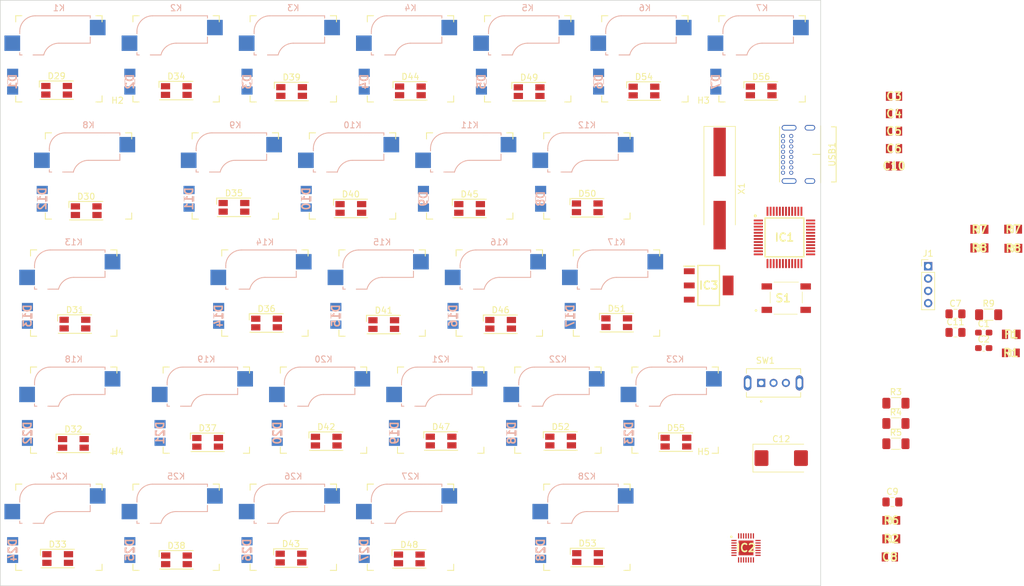
<source format=kicad_pcb>
(kicad_pcb (version 20221018) (generator pcbnew)
  (layers (0 "F.Cu" signal) (31 "B.Cu" power) (34 "B.Paste" user) (35 "F.Paste" user) (36 "B.SilkS" user "B.Silkscreen") (37 "F.SilkS" user "F.Silkscreen") (38 "B.Mask" user) (39 "F.Mask" user) (44 "Edge.Cuts" user))
  (net 0 "")
  (net 1 "xtal1")
  (net 2 "+5V")
  (net 3 "xtal2")
  (net 4 "c_filt")
  (net 5 "nrst")
  (net 6 "row0")
  (net 7 "Net-(D1-Pad2)")
  (net 8 "Net-(D2-Pad2)")
  (net 9 "Net-(D3-Pad2)")
  (net 10 "Net-(D4-Pad2)")
  (net 11 "Net-(D5-Pad2)")
  (net 12 "Net-(D6-Pad2)")
  (net 13 "Net-(D7-Pad2)")
  (net 14 "row1")
  (net 15 "Net-(D8-Pad2)")
  (net 16 "Net-(D9-Pad2)")
  (net 17 "Net-(D10-Pad2)")
  (net 18 "Net-(D11-Pad2)")
  (net 19 "Net-(D12-Pad2)")
  (net 20 "row2")
  (net 21 "Net-(D13-Pad2)")
  (net 22 "Net-(D14-Pad2)")
  (net 23 "Net-(D15-Pad2)")
  (net 24 "Net-(D16-Pad2)")
  (net 25 "Net-(D17-Pad2)")
  (net 26 "row3")
  (net 27 "Net-(D18-Pad2)")
  (net 28 "Net-(D19-Pad2)")
  (net 29 "Net-(D20-Pad2)")
  (net 30 "Net-(D21-Pad2)")
  (net 31 "Net-(D22-Pad2)")
  (net 32 "Net-(D23-Pad2)")
  (net 33 "row4")
  (net 34 "Net-(D24-Pad2)")
  (net 35 "Net-(D25-Pad2)")
  (net 36 "Net-(D26-Pad2)")
  (net 37 "Net-(D27-Pad2)")
  (net 38 "Net-(D28-Pad2)")
  (net 39 "ca2")
  (net 40 "ca3")
  (net 41 "ca4")
  (net 42 "ca1")
  (net 43 "ca5")
  (net 44 "ca6")
  (net 45 "ca8")
  (net 46 "ca9")
  (net 47 "ca7")
  (net 48 "cb2")
  (net 49 "cb3")
  (net 50 "cb4")
  (net 51 "cb1")
  (net 52 "cb5")
  (net 53 "cb6")
  (net 54 "cb7")
  (net 55 "cb8")
  (net 56 "cb9")
  (net 57 "Net-(F1-Pad1)")
  (net 61 "col0")
  (net 62 "col1")
  (net 63 "col2")
  (net 64 "col3")
  (net 65 "col4")
  (net 66 "col5")
  (net 67 "col6")
  (net 76 "d-")
  (net 77 "d+")
  (net 78 "swdio")
  (net 79 "swclk")
  (net 86 "boot0")
  (net 87 "/RGB/scl")
  (net 88 "/RGB/sda")
  (net 89 "sdb")
  (net 90 "intb")
  (net 91 "r_ext")
  (net 93 "Net-(SW1-B)")
  (net 94 "Net-(USB1-CC1)")
  (net 95 "Net-(USB1-CC2)")
  (footprint "LED_SMD:LED_RGB_1210" (layer "F.Cu") (at 146.304 135.9408)
    (fp_text reference "D48" (at 0 -2.3) (layer "F.SilkS"))
    (fp_text value "6028_LED")
    (pad "1" smd rect (at -1.75 -0.7 180) (size 1.5 1) (layers "F.Cu" "F.Paste" "F.Mask") (net 50 "cb4"))
    (pad "2" smd rect (at -1.75 0.7 180) (size 1.5 1) (layers "F.Cu" "F.Paste" "F.Mask") (net 52 "cb5"))
    (pad "3" smd rect (at 1.75 0.7 180) (size 1.5 1) (layers "F.Cu" "F.Paste" "F.Mask") (net 53 "cb6"))
    (pad "4" smd rect (at 1.75 -0.7 180) (size 1.5 1) (layers "F.Cu" "F.Paste" "F.Mask") (net 54 "cb7"))
  )
  (footprint "CR0805-FX-5101ELF:RESC2012X60N" (layer "F.Cu") (at 238.728 85.4832)
    (fp_text reference "R8" (at 0 0) (layer "F.SilkS") (effects (font (size 1.27 1.27) (thickness 0.254))))
    (fp_text value "5.1k" hide)
    (pad "1" smd rect (at -0.95 0) (size 1 1.45) (layers "F.Cu" "F.Paste" "F.Mask") (net 95 "Net-(USB1-CC2)"))
    (pad "2" smd rect (at 0.95 0) (size 1 1.45) (layers "F.Cu" "F.Paste" "F.Mask") (net 2 "+5V"))
  )
  (footprint "Capacitor_SMD:C_0805_2012Metric_Pad1.18x1.45mm_HandSolder" (layer "F.Cu") (at 234.8538 99.1868)
    (fp_text reference "C11" (at 0 -1.68) (layer "F.SilkS"))
    (fp_text value "0.47u")
    (pad "1" smd roundrect (at -1.0375 0) (size 1.175 1.45) (layers "F.Cu" "F.Paste" "F.Mask") (roundrect_rratio 0.212766) (net 2 "+5V"))
    (pad "2" smd roundrect (at 1.0375 0) (size 1.175 1.45) (layers "F.Cu" "F.Paste" "F.Mask") (roundrect_rratio 0.212766) (net 2 "+5V"))
  )
  (footprint "Resistor_SMD:R_1206_3216Metric_Pad1.30x1.75mm_HandSolder" (layer "F.Cu") (at 225.1988 117.2518)
    (fp_text reference "R5" (at 0 -1.82) (layer "F.SilkS"))
    (fp_text value "4.7k")
    (pad "1" smd roundrect (at -1.55 0) (size 1.3 1.75) (layers "F.Cu" "F.Paste" "F.Mask") (roundrect_rratio 0.192308) (net 2 "+5V"))
    (pad "2" smd roundrect (at 1.55 0) (size 1.3 1.75) (layers "F.Cu" "F.Paste" "F.Mask") (roundrect_rratio 0.192308) (net 88 "/RGB/sda"))
  )
  (footprint "keyswitches:Kailh_socket_MX" (layer "F.Cu") (at 118.1 73.8)
    (fp_text reference "K9" (at 0 -8.255) (layer "B.SilkS") (effects (justify mirror)))
    (fp_text value "KEYSW")
    (pad "" np_thru_hole circle locked (at -5.08 0) (size 1.7018 1.7018) (drill 1.7018) (layers "*.Cu" "*.Mask"))
    (pad "" np_thru_hole circle locked (at -3.81 -2.54) (size 3 3) (drill 3) (layers "*.Cu" "*.Mask"))
    (pad "" np_thru_hole circle locked (at 0 0) (size 3.9878 3.9878) (drill 3.9878) (layers "*.Cu" "*.Mask"))
    (pad "" np_thru_hole circle locked (at 2.54 -5.08) (size 3 3) (drill 3) (layers "*.Cu" "*.Mask"))
    (pad "" np_thru_hole circle locked (at 5.08 0) (size 1.7018 1.7018) (drill 1.7018) (layers "*.Cu" "*.Mask"))
    (pad "1" smd rect locked (at 6.29 -5.08) (size 2.55 2.5) (layers "B.Cu" "B.Paste" "B.Mask") (net 62 "col1"))
    (pad "2" smd rect locked (at -7.56 -2.54) (size 2.55 2.5) (layers "B.Cu" "B.Paste" "B.Mask") (net 18 "Net-(D11-Pad2)"))
  )
  (footprint "CR0805-FX-5101ELF:RESC2012X60N" (layer "F.Cu") (at 238.728 82.4606)
    (fp_text reference "R7" (at 0 0) (layer "F.SilkS") (effects (font (size 1.27 1.27) (thickness 0.254))))
    (fp_text value "5.1k" hide)
    (pad "1" smd rect (at -0.95 0) (size 1 1.45) (layers "F.Cu" "F.Paste" "F.Mask") (net 94 "Net-(USB1-CC1)"))
    (pad "2" smd rect (at 0.95 0) (size 1 1.45) (layers "F.Cu" "F.Paste" "F.Mask") (net 2 "+5V"))
  )
  (footprint "LED_SMD:LED_RGB_1210" (layer "F.Cu") (at 189.534 116.9924)
    (fp_text reference "D55" (at 0 -2.3) (layer "F.SilkS"))
    (fp_text value "6028_LED")
    (pad "1" smd rect (at -1.75 -0.7 180) (size 1.5 1) (layers "F.Cu" "F.Paste" "F.Mask") (net 51 "cb1"))
    (pad "2" smd rect (at -1.75 0.7 180) (size 1.5 1) (layers "F.Cu" "F.Paste" "F.Mask") (net 48 "cb2"))
    (pad "3" smd rect (at 1.75 0.7 180) (size 1.5 1) (layers "F.Cu" "F.Paste" "F.Mask") (net 49 "cb3"))
    (pad "4" smd rect (at 1.75 -0.7 180) (size 1.5 1) (layers "F.Cu" "F.Paste" "F.Mask") (net 56 "cb9"))
  )
  (footprint "LED_SMD:LED_RGB_1210" (layer "F.Cu") (at 179.9328 97.6122)
    (fp_text reference "D51" (at 0 -2.3) (layer "F.SilkS"))
    (fp_text value "6028_LED")
    (pad "1" smd rect (at -1.75 -0.7 180) (size 1.5 1) (layers "F.Cu" "F.Paste" "F.Mask") (net 47 "ca7"))
    (pad "2" smd rect (at -1.75 0.7 180) (size 1.5 1) (layers "F.Cu" "F.Paste" "F.Mask") (net 45 "ca8"))
    (pad "3" smd rect (at 1.75 0.7 180) (size 1.5 1) (layers "F.Cu" "F.Paste" "F.Mask") (net 46 "ca9"))
    (pad "4" smd rect (at 1.75 -0.7 180) (size 1.5 1) (layers "F.Cu" "F.Paste" "F.Mask") (net 43 "ca5"))
  )
  (footprint "STM32F303CCT7:QFP50P900X900X160-48N" (layer "F.Cu") (at 207.1302 83.773)
    (fp_text reference "IC1" (at 0 0) (layer "F.SilkS") (effects (font (size 1.27 1.27) (thickness 0.254))))
    (fp_text value "STM32F303CCT7" hide)
    (pad "1" smd rect (at -4.238 -2.75 90) (size 0.3 1.475) (layers "F.Cu" "F.Paste" "F.Mask") (net 2 "+5V"))
    (pad "2" smd rect (at -4.238 -2.25 90) (size 0.3 1.475) (layers "F.Cu" "F.Paste" "F.Mask"))
    (pad "3" smd rect (at -4.238 -1.75 90) (size 0.3 1.475) (layers "F.Cu" "F.Paste" "F.Mask"))
    (pad "4" smd rect (at -4.238 -1.25 90) (size 0.3 1.475) (layers "F.Cu" "F.Paste" "F.Mask"))
    (pad "5" smd rect (at -4.238 -0.75 90) (size 0.3 1.475) (layers "F.Cu" "F.Paste" "F.Mask") (net 1 "xtal1"))
    (pad "6" smd rect (at -4.238 -0.25 90) (size 0.3 1.475) (layers "F.Cu" "F.Paste" "F.Mask") (net 3 "xtal2"))
    (pad "7" smd rect (at -4.238 0.25 90) (size 0.3 1.475) (layers "F.Cu" "F.Paste" "F.Mask") (net 5 "nrst"))
    (pad "8" smd rect (at -4.238 0.75 90) (size 0.3 1.475) (layers "F.Cu" "F.Paste" "F.Mask") (net 2 "+5V"))
    (pad "9" smd rect (at -4.238 1.25 90) (size 0.3 1.475) (layers "F.Cu" "F.Paste" "F.Mask") (net 2 "+5V"))
    (pad "10" smd rect (at -4.238 1.75 90) (size 0.3 1.475) (layers "F.Cu" "F.Paste" "F.Mask") (net 6 "row0"))
    (pad "11" smd rect (at -4.238 2.25 90) (size 0.3 1.475) (layers "F.Cu" "F.Paste" "F.Mask") (net 14 "row1"))
    (pad "12" smd rect (at -4.238 2.75 90) (size 0.3 1.475) (layers "F.Cu" "F.Paste" "F.Mask") (net 20 "row2"))
    (pad "13" smd rect (at -2.75 4.238) (size 0.3 1.475) (layers "F.Cu" "F.Paste" "F.Mask") (net 26 "row3"))
    (pad "14" smd rect (at -2.25 4.238) (size 0.3 1.475) (layers "F.Cu" "F.Paste" "F.Mask") (net 33 "row4"))
    (pad "15" smd rect (at -1.75 4.238) (size 0.3 1.475) (layers "F.Cu" "F.Paste" "F.Mask") (net 61 "col0"))
    (pad "16" smd rect (at -1.25 4.238) (size 0.3 1.475) (layers "F.Cu" "F.Paste" "F.Mask") (net 62 "col1"))
    (pad "17" smd rect (at -0.75 4.238) (size 0.3 1.475) (layers "F.Cu" "F.Paste" "F.Mask") (net 63 "col2"))
    (pad "18" smd rect (at -0.25 4.238) (size 0.3 1.475) (layers "F.Cu" "F.Paste" "F.Mask") (net 64 "col3"))
    (pad "19" smd rect (at 0.25 4.238) (size 0.3 1.475) (layers "F.Cu" "F.Paste" "F.Mask") (net 65 "col4"))
    (pad "20" smd rect (at 0.75 4.238) (size 0.3 1.475) (layers "F.Cu" "F.Paste" "F.Mask") (net 66 "col5"))
    (pad "21" smd rect (at 1.25 4.238) (size 0.3 1.475) (layers "F.Cu" "F.Paste" "F.Mask") (net 67 "col6"))
    (pad "22" smd rect (at 1.75 4.238) (size 0.3 1.475) (layers "F.Cu" "F.Paste" "F.Mask"))
    (pad "23" smd rect (at 2.25 4.238) (size 0.3 1.475) (layers "F.Cu" "F.Paste" "F.Mask") (net 2 "+5V"))
    (pad "24" smd rect (at 2.75 4.238) (size 0.3 1.475) (layers "F.Cu" "F.Paste" "F.Mask") (net 2 "+5V"))
    (pad "25" smd rect (at 4.238 2.75 90) (size 0.3 1.475) (layers "F.Cu" "F.Paste" "F.Mask"))
    (pad "26" smd rect (at 4.238 2.25 90) (size 0.3 1.475) (layers "F.Cu" "F.Paste" "F.Mask"))
    (pad "27" smd rect (at 4.238 1.75 90) (size 0.3 1.475) (layers "F.Cu" "F.Paste" "F.Mask"))
    (pad "28" smd rect (at 4.238 1.25 90) (size 0.3 1.475) (layers "F.Cu" "F.Paste" "F.Mask"))
    (pad "29" smd rect (at 4.238 0.75 90) (size 0.3 1.475) (layers "F.Cu" "F.Paste" "F.Mask"))
    (pad "30" smd rect (at 4.238 0.25 90) (size 0.3 1.475) (layers "F.Cu" "F.Paste" "F.Mask"))
    (pad "31" smd rect (at 4.238 -0.25 90) (size 0.3 1.475) (layers "F.Cu" "F.Paste" "F.Mask"))
    (pad "32" smd rect (at 4.238 -0.75 90) (size 0.3 1.475) (layers "F.Cu" "F.Paste" "F.Mask") (net 76 "d-"))
    (pad "33" smd rect (at 4.238 -1.25 90) (size 0.3 1.475) (layers "F.Cu" "F.Paste" "F.Mask") (net 77 "d+"))
    (pad "34" smd rect (at 4.238 -1.75 90) (size 0.3 1.475) (layers "F.Cu" "F.Paste" "F.Mask") (net 78 "swdio"))
    (pad "35" smd rect (at 4.238 -2.25 90) (size 0.3 1.475) (layers "F.Cu" "F.Paste" "F.Mask") (net 2 "+5V"))
    (pad "36" smd rect (at 4.238 -2.75 90) (size 0.3 1.475) (layers "F.Cu" "F.Paste" "F.Mask") (net 2 "+5V"))
    (pad "37" smd rect (at 2.75 -4.238) (size 0.3 1.475) (layers "F.Cu" "F.Paste" "F.Mask") (net 79 "swclk"))
    (pad "38" smd rect (at 2.25 -4.238) (size 0.3 1.475) (layers "F.Cu" "F.Paste" "F.Mask"))
    (pad "39" smd rect (at 1.75 -4.238) (size 0.3 1.475) (layers "F.Cu" "F.Paste" "F.Mask"))
    (pad "40" smd rect (at 1.25 -4.238) (size 0.3 1.475) (layers "F.Cu" "F.Paste" "F.Mask"))
    (pad "41" smd rect (at 0.75 -4.238) (size 0.3 1.475) (layers "F.Cu" "F.Paste" "F.Mask"))
    (pad "42" smd rect (at 0.25 -4.238) (size 0.3 1.475) (layers "F.Cu" "F.Paste" "F.Mask"))
    (pad "43" smd rect (at -0.25 -4.238) (size 0.3 1.475) (layers "F.Cu" "F.Paste" "F.Mask"))
    (pad "44" smd rect (at -0.75 -4.238) (size 0.3 1.475) (layers "F.Cu" "F.Paste" "F.Mask") (net 86 "boot0"))
    (pad "45" smd rect (at -1.25 -4.238) (size 0.3 1.475) (layers "F.Cu" "F.Paste" "F.Mask") (net 87 "/RGB/scl"))
    (pad "46" smd rect (at -1.75 -4.238) (size 0.3 1.475) (layers "F.Cu" "F.Paste" "F.Mask") (net 88 "/RGB/sda"))
    (pad "47" smd rect (at -2.25 -4.238) (size 0.3 1.475) (layers "F.Cu" "F.Paste" "F.Mask") (net 2 "+5V"))
    (pad "48" smd rect (at -2.75 -4.238) (size 0.3 1.475) (layers "F.Cu" "F.Paste" "F.Mask") (net 2 "+5V"))
  )
  (footprint "08053C104KAT2A:CAPC2012X94N" (layer "F.Cu") (at 224.8938 69.3568)
    (fp_text reference "C6" (at 0 0) (layer "F.SilkS") (effects (font (size 1.27 1.27) (thickness 0.254))))
    (fp_text value "100n" hide)
    (pad "1" smd rect (at -0.81 0) (size 1.02 1.47) (layers "F.Cu" "F.Paste" "F.Mask") (net 2 "+5V"))
    (pad "2" smd rect (at 0.81 0) (size 1.02 1.47) (layers "F.Cu" "F.Paste" "F.Mask") (net 2 "+5V"))
  )
  (footprint "Resistor_SMD:R_1206_3216Metric_Pad1.30x1.75mm_HandSolder" (layer "F.Cu") (at 240.2338 96.3168)
    (fp_text reference "R9" (at 0 -1.82) (layer "F.SilkS"))
    (fp_text value "1k5")
    (pad "1" smd roundrect (at -1.55 0) (size 1.3 1.75) (layers "F.Cu" "F.Paste" "F.Mask") (roundrect_rratio 0.192308) (net 2 "+5V"))
    (pad "2" smd roundrect (at 1.55 0) (size 1.3 1.75) (layers "F.Cu" "F.Paste" "F.Mask") (roundrect_rratio 0.192308) (net 77 "d+"))
  )
  (footprint "keyswitches:Kailh_socket_MX" (layer "F.Cu") (at 91.9 92.8)
    (fp_text reference "K13" (at 0 -8.255) (layer "B.SilkS") (effects (justify mirror)))
    (fp_text value "KEYSW")
    (pad "" np_thru_hole circle locked (at -5.08 0) (size 1.7018 1.7018) (drill 1.7018) (layers "*.Cu" "*.Mask"))
    (pad "" np_thru_hole circle locked (at -3.81 -2.54) (size 3 3) (drill 3) (layers "*.Cu" "*.Mask"))
    (pad "" np_thru_hole circle locked (at 0 0) (size 3.9878 3.9878) (drill 3.9878) (layers "*.Cu" "*.Mask"))
    (pad "" np_thru_hole circle locked (at 2.54 -5.08) (size 3 3) (drill 3) (layers "*.Cu" "*.Mask"))
    (pad "" np_thru_hole circle locked (at 5.08 0) (size 1.7018 1.7018) (drill 1.7018) (layers "*.Cu" "*.Mask"))
    (pad "1" smd rect locked (at 6.29 -5.08) (size 2.55 2.5) (layers "B.Cu" "B.Paste" "B.Mask") (net 61 "col0"))
    (pad "2" smd rect locked (at -7.56 -2.54) (size 2.55 2.5) (layers "B.Cu" "B.Paste" "B.Mask") (net 21 "Net-(D13-Pad2)"))
  )
  (footprint "08053C104KAT2A:CAPC2012X94N" (layer "F.Cu") (at 224.8938 66.5268)
    (fp_text reference "C5" (at 0 0) (layer "F.SilkS") (effects (font (size 1.27 1.27) (thickness 0.254))))
    (fp_text value "100n" hide)
    (pad "1" smd rect (at -0.81 0) (size 1.02 1.47) (layers "F.Cu" "F.Paste" "F.Mask") (net 2 "+5V"))
    (pad "2" smd rect (at 0.81 0) (size 1.02 1.47) (layers "F.Cu" "F.Paste" "F.Mask") (net 2 "+5V"))
  )
  (footprint "keyswitches:Kailh_socket_MX" (layer "F.Cu") (at 175.1 130.8)
    (fp_text reference "K28" (at 0 -8.255) (layer "B.SilkS") (effects (justify mirror)))
    (fp_text value "KEYSW")
    (pad "" np_thru_hole circle locked (at -5.08 0) (size 1.7018 1.7018) (drill 1.7018) (layers "*.Cu" "*.Mask"))
    (pad "" np_thru_hole circle locked (at -3.81 -2.54) (size 3 3) (drill 3) (layers "*.Cu" "*.Mask"))
    (pad "" np_thru_hole circle locked (at 0 0) (size 3.9878 3.9878) (drill 3.9878) (layers "*.Cu" "*.Mask"))
    (pad "" np_thru_hole circle locked (at 2.54 -5.08) (size 3 3) (drill 3) (layers "*.Cu" "*.Mask"))
    (pad "" np_thru_hole circle locked (at 5.08 0) (size 1.7018 1.7018) (drill 1.7018) (layers "*.Cu" "*.Mask"))
    (pad "1" smd rect locked (at 6.29 -5.08) (size 2.55 2.5) (layers "B.Cu" "B.Paste" "B.Mask") (net 65 "col4"))
    (pad "2" smd rect locked (at -7.56 -2.54) (size 2.55 2.5) (layers "B.Cu" "B.Paste" "B.Mask") (net 38 "Net-(D28-Pad2)"))
  )
  (footprint "keyswitches:Kailh_socket_MX" (layer "F.Cu") (at 94.3 73.8)
    (fp_text reference "K8" (at 0 -8.255) (layer "B.SilkS") (effects (justify mirror)))
    (fp_text value "KEYSW")
    (pad "" np_thru_hole circle locked (at -5.08 0) (size 1.7018 1.7018) (drill 1.7018) (layers "*.Cu" "*.Mask"))
    (pad "" np_thru_hole circle locked (at -3.81 -2.54) (size 3 3) (drill 3) (layers "*.Cu" "*.Mask"))
    (pad "" np_thru_hole circle locked (at 0 0) (size 3.9878 3.9878) (drill 3.9878) (layers "*.Cu" "*.Mask"))
    (pad "" np_thru_hole circle locked (at 2.54 -5.08) (size 3 3) (drill 3) (layers "*.Cu" "*.Mask"))
    (pad "" np_thru_hole circle locked (at 5.08 0) (size 1.7018 1.7018) (drill 1.7018) (layers "*.Cu" "*.Mask"))
    (pad "1" smd rect locked (at 6.29 -5.08) (size 2.55 2.5) (layers "B.Cu" "B.Paste" "B.Mask") (net 61 "col0"))
    (pad "2" smd rect locked (at -7.56 -2.54) (size 2.55 2.5) (layers "B.Cu" "B.Paste" "B.Mask") (net 19 "Net-(D12-Pad2)"))
  )
  (footprint "08053C104KAT2A:CAPC2012X94N" (layer "F.Cu") (at 224.8938 63.6968)
    (fp_text reference "C4" (at 0 0) (layer "F.SilkS") (effects (font (size 1.27 1.27) (thickness 0.254))))
    (fp_text value "100n" hide)
    (pad "1" smd rect (at -0.81 0) (size 1.02 1.47) (layers "F.Cu" "F.Paste" "F.Mask") (net 2 "+5V"))
    (pad "2" smd rect (at 0.81 0) (size 1.02 1.47) (layers "F.Cu" "F.Paste" "F.Mask") (net 2 "+5V"))
  )
  (footprint "keyswitches:Kailh_socket_MX" (layer "F.Cu") (at 179.9 92.8)
    (fp_text reference "K17" (at 0 -8.255) (layer "B.SilkS") (effects (justify mirror)))
    (fp_text value "KEYSW")
    (pad "" np_thru_hole circle locked (at -5.08 0) (size 1.7018 1.7018) (drill 1.7018) (layers "*.Cu" "*.Mask"))
    (pad "" np_thru_hole circle locked (at -3.81 -2.54) (size 3 3) (drill 3) (layers "*.Cu" "*.Mask"))
    (pad "" np_thru_hole circle locked (at 0 0) (size 3.9878 3.9878) (drill 3.9878) (layers "*.Cu" "*.Mask"))
    (pad "" np_thru_hole circle locked (at 2.54 -5.08) (size 3 3) (drill 3) (layers "*.Cu" "*.Mask"))
    (pad "" np_thru_hole circle locked (at 5.08 0) (size 1.7018 1.7018) (drill 1.7018) (layers "*.Cu" "*.Mask"))
    (pad "1" smd rect locked (at 6.29 -5.08) (size 2.55 2.5) (layers "B.Cu" "B.Paste" "B.Mask") (net 65 "col4"))
    (pad "2" smd rect locked (at -7.56 -2.54) (size 2.55 2.5) (layers "B.Cu" "B.Paste" "B.Mask") (net 25 "Net-(D17-Pad2)"))
  )
  (footprint "CR0805-JW-203ELF:RESC2012X60N" (layer "F.Cu") (at 224.4488 132.6818)
    (fp_text reference "R2" (at 0 0) (layer "F.SilkS") (effects (font (size 1.27 1.27) (thickness 0.254))))
    (fp_text value "20k" hide)
    (pad "1" smd rect (at -0.95 0) (size 1 1.45) (layers "F.Cu" "F.Paste" "F.Mask") (net 91 "r_ext"))
    (pad "2" smd rect (at 0.95 0) (size 1 1.45) (layers "F.Cu" "F.Paste" "F.Mask") (net 2 "+5V"))
  )
  (footprint "0ZCK0050FF2E:FUSC2214X125N" (layer "F.Cu") (at 243.8938 99.4968)
    (fp_text reference "F1" (at 0 0) (layer "F.SilkS") (effects (font (size 1.27 1.27) (thickness 0.254))))
    (fp_text value "0ZCK0050FF2E" hide)
    (pad "1" smd rect (at -1.01 0) (size 1 1.52) (layers "F.Cu" "F.Paste" "F.Mask") (net 57 "Net-(F1-Pad1)"))
    (pad "2" smd rect (at 1.01 0) (size 1 1.52) (layers "F.Cu" "F.Paste" "F.Mask") (net 2 "+5V"))
  )
  (footprint "Capacitor_SMD:C_0603_1608Metric_Pad1.08x0.95mm_HandSolder" (layer "F.Cu") (at 239.4338 101.7268)
    (fp_text reference "C2" (at 0 -1.43) (layer "F.SilkS"))
    (fp_text value "22p")
    (pad "1" smd roundrect (at -0.8625 0) (size 1.075 0.95) (layers "F.Cu" "F.Paste" "F.Mask") (net 3 "xtal2"))
    (pad "2" smd roundrect (at 0.8625 0) (size 1.075 0.95) (layers "F.Cu" "F.Paste" "F.Mask") (net 2 "+5V"))
  )
  (footprint "08053C104KAT2A:CAPC2012X94N" (layer "F.Cu") (at 224.8938 60.8668)
    (fp_text reference "C3" (at 0 0) (layer "F.SilkS") (effects (font (size 1.27 1.27) (thickness 0.254))))
    (fp_text value "100n" hide)
    (pad "1" smd rect (at -0.81 0) (size 1.02 1.47) (layers "F.Cu" "F.Paste" "F.Mask") (net 2 "+5V"))
    (pad "2" smd rect (at 0.81 0) (size 1.02 1.47) (layers "F.Cu" "F.Paste" "F.Mask") (net 2 "+5V"))
  )
  (footprint "CR0805-FX-5101ELF:RESC2012X60N" (layer "F.Cu") (at 238.728 82.4606)
    (fp_text reference "R7" (at 0 0) (layer "F.SilkS") (effects (font (size 1.27 1.27) (thickness 0.254))))
    (fp_text value "5.1k" hide)
    (pad "1" smd rect (at -0.95 0) (size 1 1.45) (layers "F.Cu" "F.Paste" "F.Mask") (net 94 "Net-(USB1-CC1)"))
    (pad "2" smd rect (at 0.95 0) (size 1 1.45) (layers "F.Cu" "F.Paste" "F.Mask") (net 2 "+5V"))
  )
  (footprint "LED_SMD:LED_RGB_1210" (layer "F.Cu") (at 165.735 60.1218)
    (fp_text reference "D49" (at 0 -2.3) (layer "F.SilkS"))
    (fp_text value "6028_LED")
    (pad "1" smd rect (at -1.75 -0.7 180) (size 1.5 1) (layers "F.Cu" "F.Paste" "F.Mask") (net 42 "ca1"))
    (pad "2" smd rect (at -1.75 0.7 180) (size 1.5 1) (layers "F.Cu" "F.Paste" "F.Mask") (net 39 "ca2"))
    (pad "3" smd rect (at 1.75 0.7 180) (size 1.5 1) (layers "F.Cu" "F.Paste" "F.Mask") (net 40 "ca3"))
    (pad "4" smd rect (at 1.75 -0.7 180) (size 1.5 1) (layers "F.Cu" "F.Paste" "F.Mask") (net 45 "ca8"))
  )
  (footprint "MountingHole:MountingHole_2.2mm_M2_ISO7380" (layer "F.Cu") (at 194 64.3)
    (fp_text reference "H3" (at 0 -2.75) (layer "F.SilkS"))
    (fp_text value "MountingHole")
    (pad "" np_thru_hole circle locked (at 0 0) (size 2.2 2.2) (drill 2.2) (layers "*.Cu" "*.Mask"))
  )
  (footprint "LED_SMD:LED_RGB_1210" (layer "F.Cu") (at 146.481 59.9948)
    (fp_text reference "D44" (at 0 -2.3) (layer "F.SilkS"))
    (fp_text value "6028_LED")
    (pad "1" smd rect (at -1.75 -0.7 180) (size 1.5 1) (layers "F.Cu" "F.Paste" "F.Mask") (net 42 "ca1"))
    (pad "2" smd rect (at -1.75 0.7 180) (size 1.5 1) (layers "F.Cu" "F.Paste" "F.Mask") (net 39 "ca2"))
    (pad "3" smd rect (at 1.75 0.7 180) (size 1.5 1) (layers "F.Cu" "F.Paste" "F.Mask") (net 40 "ca3"))
    (pad "4" smd rect (at 1.75 -0.7 180) (size 1.5 1) (layers "F.Cu" "F.Paste" "F.Mask") (net 47 "ca7"))
  )
  (footprint "keyswitches:Kailh_socket_MX" (layer "F.Cu") (at 108.5 54.8)
    (fp_text reference "K2" (at 0 -8.255) (layer "B.SilkS") (effects (justify mirror)))
    (fp_text value "KEYSW")
    (pad "" np_thru_hole circle locked (at -5.08 0) (size 1.7018 1.7018) (drill 1.7018) (layers "*.Cu" "*.Mask"))
    (pad "" np_thru_hole circle locked (at -3.81 -2.54) (size 3 3) (drill 3) (layers "*.Cu" "*.Mask"))
    (pad "" np_thru_hole circle locked (at 0 0) (size 3.9878 3.9878) (drill 3.9878) (layers "*.Cu" "*.Mask"))
    (pad "" np_thru_hole circle locked (at 2.54 -5.08) (size 3 3) (drill 3) (layers "*.Cu" "*.Mask"))
    (pad "" np_thru_hole circle locked (at 5.08 0) (size 1.7018 1.7018) (drill 1.7018) (layers "*.Cu" "*.Mask"))
    (pad "1" smd rect locked (at 6.29 -5.08) (size 2.55 2.5) (layers "B.Cu" "B.Paste" "B.Mask") (net 62 "col1"))
    (pad "2" smd rect locked (at -7.56 -2.54) (size 2.55 2.5) (layers "B.Cu" "B.Paste" "B.Mask") (net 8 "Net-(D2-Pad2)"))
  )
  (footprint "LED_SMD:LED_RGB_1210" (layer "F.Cu") (at 113.6134 117.0178)
    (fp_text reference "D37" (at 0 -2.3) (layer "F.SilkS"))
    (fp_text value "6028_LED")
    (pad "1" smd rect (at -1.75 -0.7 180) (size 1.5 1) (layers "F.Cu" "F.Paste" "F.Mask") (net 51 "cb1"))
    (pad "2" smd rect (at -1.75 0.7 180) (size 1.5 1) (layers "F.Cu" "F.Paste" "F.Mask") (net 48 "cb2"))
    (pad "3" smd rect (at 1.75 0.7 180) (size 1.5 1) (layers "F.Cu" "F.Paste" "F.Mask") (net 49 "cb3"))
    (pad "4" smd rect (at 1.75 -0.7 180) (size 1.5 1) (layers "F.Cu" "F.Paste" "F.Mask") (net 52 "cb5"))
  )
  (footprint "keyswitches:Kailh_socket_MX" (layer "F.Cu") (at 146.5 54.8)
    (fp_text reference "K4" (at 0 -8.255) (layer "B.SilkS") (effects (justify mirror)))
    (fp_text value "KEYSW")
    (pad "" np_thru_hole circle locked (at -5.08 0) (size 1.7018 1.7018) (drill 1.7018) (layers "*.Cu" "*.Mask"))
    (pad "" np_thru_hole circle locked (at -3.81 -2.54) (size 3 3) (drill 3) (layers "*.Cu" "*.Mask"))
    (pad "" np_thru_hole circle locked (at 0 0) (size 3.9878 3.9878) (drill 3.9878) (layers "*.Cu" "*.Mask"))
    (pad "" np_thru_hole circle locked (at 2.54 -5.08) (size 3 3) (drill 3) (layers "*.Cu" "*.Mask"))
    (pad "" np_thru_hole circle locked (at 5.08 0) (size 1.7018 1.7018) (drill 1.7018) (layers "*.Cu" "*.Mask"))
    (pad "1" smd rect locked (at 6.29 -5.08) (size 2.55 2.5) (layers "B.Cu" "B.Paste" "B.Mask") (net 64 "col3"))
    (pad "2" smd rect locked (at -7.56 -2.54) (size 2.55 2.5) (layers "B.Cu" "B.Paste" "B.Mask") (net 10 "Net-(D4-Pad2)"))
  )
  (footprint "LED_SMD:LED_RGB_1210" (layer "F.Cu") (at 123.1638 97.663)
    (fp_text reference "D36" (at 0 -2.3) (layer "F.SilkS"))
    (fp_text value "6028_LED")
    (pad "1" smd rect (at -1.75 -0.7 180) (size 1.5 1) (layers "F.Cu" "F.Paste" "F.Mask") (net 47 "ca7"))
    (pad "2" smd rect (at -1.75 0.7 180) (size 1.5 1) (layers "F.Cu" "F.Paste" "F.Mask") (net 45 "ca8"))
    (pad "3" smd rect (at 1.75 0.7 180) (size 1.5 1) (layers "F.Cu" "F.Paste" "F.Mask") (net 46 "ca9"))
    (pad "4" smd rect (at 1.75 -0.7 180) (size 1.5 1) (layers "F.Cu" "F.Paste" "F.Mask") (net 39 "ca2"))
  )
  (footprint "Resistor_SMD:R_1206_3216Metric_Pad1.30x1.75mm_HandSolder" (layer "F.Cu") (at 225.1988 113.9618)
    (fp_text reference "R4" (at 0 -1.82) (layer "F.SilkS"))
    (fp_text value "4.7k")
    (pad "1" smd roundrect (at -1.55 0) (size 1.3 1.75) (layers "F.Cu" "F.Paste" "F.Mask") (roundrect_rratio 0.192308) (net 2 "+5V"))
    (pad "2" smd roundrect (at 1.55 0) (size 1.3 1.75) (layers "F.Cu" "F.Paste" "F.Mask") (roundrect_rratio 0.192308) (net 87 "/RGB/scl"))
  )
  (footprint "LED_SMD:LED_RGB_1210" (layer "F.Cu") (at 161.1114 97.8662)
    (fp_text reference "D46" (at 0 -2.3) (layer "F.SilkS"))
    (fp_text value "6028_LED")
    (pad "1" smd rect (at -1.75 -0.7 180) (size 1.5 1) (layers "F.Cu" "F.Paste" "F.Mask") (net 47 "ca7"))
    (pad "2" smd rect (at -1.75 0.7 180) (size 1.5 1) (layers "F.Cu" "F.Paste" "F.Mask") (net 45 "ca8"))
    (pad "3" smd rect (at 1.75 0.7 180) (size 1.5 1) (layers "F.Cu" "F.Paste" "F.Mask") (net 46 "ca9"))
    (pad "4" smd rect (at 1.75 -0.7 180) (size 1.5 1) (layers "F.Cu" "F.Paste" "F.Mask") (net 41 "ca4"))
  )
  (footprint "LED_SMD:LED_RGB_1210" (layer "F.Cu") (at 175.1576 78.9686)
    (fp_text reference "D50" (at 0 -2.3) (layer "F.SilkS"))
    (fp_text value "6028_LED")
    (pad "1" smd rect (at -1.75 -0.7 180) (size 1.5 1) (layers "F.Cu" "F.Paste" "F.Mask") (net 41 "ca4"))
    (pad "2" smd rect (at -1.75 0.7 180) (size 1.5 1) (layers "F.Cu" "F.Paste" "F.Mask") (net 43 "ca5"))
    (pad "3" smd rect (at 1.75 0.7 180) (size 1.5 1) (layers "F.Cu" "F.Paste" "F.Mask") (net 44 "ca6"))
    (pad "4" smd rect (at 1.75 -0.7 180) (size 1.5 1) (layers "F.Cu" "F.Paste" "F.Mask") (net 45 "ca8"))
  )
  (footprint "LED_SMD:LED_RGB_1210" (layer "F.Cu") (at 184.3532 60.0202)
    (fp_text reference "D54" (at 0 -2.3) (layer "F.SilkS"))
    (fp_text value "6028_LED")
    (pad "1" smd rect (at -1.75 -0.7 180) (size 1.5 1) (layers "F.Cu" "F.Paste" "F.Mask") (net 42 "ca1"))
    (pad "2" smd rect (at -1.75 0.7 180) (size 1.5 1) (layers "F.Cu" "F.Paste" "F.Mask") (net 39 "ca2"))
    (pad "3" smd rect (at 1.75 0.7 180) (size 1.5 1) (layers "F.Cu" "F.Paste" "F.Mask") (net 40 "ca3"))
    (pad "4" smd rect (at 1.75 -0.7 180) (size 1.5 1) (layers "F.Cu" "F.Paste" "F.Mask") (net 46 "ca9"))
  )
  (footprint "keyswitches:Kailh_socket_MX" (layer "F.Cu") (at 127.5 54.8)
    (fp_text reference "K3" (at 0 -8.255) (layer "B.SilkS") (effects (justify mirror)))
    (fp_text value "KEYSW")
    (pad "" np_thru_hole circle locked (at -5.08 0) (size 1.7018 1.7018) (drill 1.7018) (layers "*.Cu" "*.Mask"))
    (pad "" np_thru_hole circle locked (at -3.81 -2.54) (size 3 3) (drill 3) (layers "*.Cu" "*.Mask"))
    (pad "" np_thru_hole circle locked (at 0 0) (size 3.9878 3.9878) (drill 3.9878) (layers "*.Cu" "*.Mask"))
    (pad "" np_thru_hole circle locked (at 2.54 -5.08) (size 3 3) (drill 3) (layers "*.Cu" "*.Mask"))
    (pad "" np_thru_hole circle locked (at 5.08 0) (size 1.7018 1.7018) (drill 1.7018) (layers "*.Cu" "*.Mask"))
    (pad "1" smd rect locked (at 6.29 -5.08) (size 2.55 2.5) (layers "B.Cu" "B.Paste" "B.Mask") (net 63 "col2"))
    (pad "2" smd rect locked (at -7.56 -2.54) (size 2.55 2.5) (layers "B.Cu" "B.Paste" "B.Mask") (net 9 "Net-(D3-Pad2)"))
  )
  (footprint "Capacitor_Tantalum_SMD:CP_EIA-7343-31_Kemet-D_Pad2.25x2.55mm_HandSolder" (layer "F.Cu") (at 206.6036 119.5832)
    (fp_text reference "C12" (at 0 -3.1) (layer "F.SilkS"))
    (fp_text value "33u")
    (pad "1" smd roundrect (at -3.2 0) (size 2.25 2.55) (layers "F.Cu" "F.Paste" "F.Mask") (roundrect_rratio 0.111111) (net 2 "+5V"))
    (pad "2" smd roundrect (at 3.2 0) (size 2.25 2.55) (layers "F.Cu" "F.Paste" "F.Mask") (roundrect_rratio 0.111111) (net 2 "+5V"))
  )
  (footprint "08053C104KAT2A:CAPC2012X94N" (layer "F.Cu") (at 224.8938 72.1868)
    (fp_text reference "C10" (at 0 0) (layer "F.SilkS") (effects (font (size 1.27 1.27) (thickness 0.254))))
    (fp_text value "100n" hide)
    (pad "1" smd rect (at -0.81 0) (size 1.02 1.47) (layers "F.Cu" "F.Paste" "F.Mask") (net 2 "+5V"))
    (pad "2" smd rect (at 0.81 0) (size 1.02 1.47) (layers "F.Cu" "F.Paste" "F.Mask") (net 5 "nrst"))
  )
  (footprint "LED_SMD:LED_RGB_1210" (layer "F.Cu") (at 156.0822 79.0702)
    (fp_text reference "D45" (at 0 -2.3) (layer "F.SilkS"))
    (fp_text value "6028_LED")
    (pad "1" smd rect (at -1.75 -0.7 180) (size 1.5 1) (layers "F.Cu" "F.Paste" "F.Mask") (net 41 "ca4"))
    (pad "2" smd rect (at -1.75 0.7 180) (size 1.5 1) (layers "F.Cu" "F.Paste" "F.Mask") (net 43 "ca5"))
    (pad "3" smd rect (at 1.75 0.7 180) (size 1.5 1) (layers "F.Cu" "F.Paste" "F.Mask") (net 44 "ca6"))
    (pad "4" smd rect (at 1.75 -0.7 180) (size 1.5 1) (layers "F.Cu" "F.Paste" "F.Mask") (net 47 "ca7"))
  )
  (footprint "LED_SMD:LED_RGB_1210" (layer "F.Cu") (at 108.5588 136.0932)
    (fp_text reference "D38" (at 0 -2.3) (layer "F.SilkS"))
    (fp_text value "6028_LED")
    (pad "1" smd rect (at -1.75 -0.7 180) (size 1.5 1) (layers "F.Cu" "F.Paste" "F.Mask") (net 50 "cb4"))
    (pad "2" smd rect (at -1.75 0.7 180) (size 1.5 1) (layers "F.Cu" "F.Paste" "F.Mask") (net 52 "cb5"))
    (pad "3" smd rect (at 1.75 0.7 180) (size 1.5 1) (layers "F.Cu" "F.Paste" "F.Mask") (net 53 "cb6"))
    (pad "4" smd rect (at 1.75 -0.7 180) (size 1.5 1) (layers "F.Cu" "F.Paste" "F.Mask") (net 48 "cb2"))
  )
  (footprint "keyswitches:Kailh_socket_MX" (layer "F.Cu") (at 89.5 54.8)
    (fp_text reference "K1" (at 0 -8.255) (layer "B.SilkS") (effects (justify mirror)))
    (fp_text value "KEYSW")
    (pad "" np_thru_hole circle locked (at -5.08 0) (size 1.7018 1.7018) (drill 1.7018) (layers "*.Cu" "*.Mask"))
    (pad "" np_thru_hole circle locked (at -3.81 -2.54) (size 3 3) (drill 3) (layers "*.Cu" "*.Mask"))
    (pad "" np_thru_hole circle locked (at 0 0) (size 3.9878 3.9878) (drill 3.9878) (layers "*.Cu" "*.Mask"))
    (pad "" np_thru_hole circle locked (at 2.54 -5.08) (size 3 3) (drill 3) (layers "*.Cu" "*.Mask"))
    (pad "" np_thru_hole circle locked (at 5.08 0) (size 1.7018 1.7018) (drill 1.7018) (layers "*.Cu" "*.Mask"))
    (pad "1" smd rect locked (at 6.29 -5.08) (size 2.55 2.5) (layers "B.Cu" "B.Paste" "B.Mask") (net 61 "col0"))
    (pad "2" smd rect locked (at -7.56 -2.54) (size 2.55 2.5) (layers "B.Cu" "B.Paste" "B.Mask") (net 7 "Net-(D1-Pad2)"))
  )
  (footprint "keyswitches:Kailh_socket_MX" (layer "F.Cu") (at 89.5 130.8)
    (fp_text reference "K24" (at 0 -8.255) (layer "B.SilkS") (effects (justify mirror)))
    (fp_text value "KEYSW")
    (pad "" np_thru_hole circle locked (at -5.08 0) (size 1.7018 1.7018) (drill 1.7018) (layers "*.Cu" "*.Mask"))
    (pad "" np_thru_hole circle locked (at -3.81 -2.54) (size 3 3) (drill 3) (layers "*.Cu" "*.Mask"))
    (pad "" np_thru_hole circle locked (at 0 0) (size 3.9878 3.9878) (drill 3.9878) (layers "*.Cu" "*.Mask"))
    (pad "" np_thru_hole circle locked (at 2.54 -5.08) (size 3 3) (drill 3) (layers "*.Cu" "*.Mask"))
    (pad "" np_thru_hole circle locked (at 5.08 0) (size 1.7018 1.7018) (drill 1.7018) (layers "*.Cu" "*.Mask"))
    (pad "1" smd rect locked (at 6.29 -5.08) (size 2.55 2.5) (layers "B.Cu" "B.Paste" "B.Mask") (net 61 "col0"))
    (pad "2" smd rect locked (at -7.56 -2.54) (size 2.55 2.5) (layers "B.Cu" "B.Paste" "B.Mask") (net 34 "Net-(D24-Pad2)"))
  )
  (footprint "Crystal:Crystal_SMD_HC49-SD_HandSoldering" (layer "F.Cu") (at 196.6214 75.8444 -90)
    (fp_text reference "X1" (at 0 -3.55 90) (layer "F.SilkS"))
    (fp_text value "IC21008.000M30.0EE1B")
    (pad "1" smd rect (at -5.9375 0 270) (size 7.875 2) (layers "F.Cu" "F.Paste" "F.Mask") (net 1 "xtal1"))
    (pad "2" smd rect (at 5.9375 0 270) (size 7.875 2) (layers "F.Cu" "F.Paste" "F.Mask") (net 3 "xtal2"))
  )
  (footprint "keyswitches:Kailh_socket_MX" (layer "F.Cu") (at 165.5 54.8)
    (fp_text reference "K5" (at 0 -8.255) (layer "B.SilkS") (effects (justify mirror)))
    (fp_text value "KEYSW")
    (pad "" np_thru_hole circle locked (at -5.08 0) (size 1.7018 1.7018) (drill 1.7018) (layers "*.Cu" "*.Mask"))
    (pad "" np_thru_hole circle locked (at -3.81 -2.54) (size 3 3) (drill 3) (layers "*.Cu" "*.Mask"))
    (pad "" np_thru_hole circle locked (at 0 0) (size 3.9878 3.9878) (drill 3.9878) (layers "*.Cu" "*.Mask"))
    (pad "" np_thru_hole circle locked (at 2.54 -5.08) (size 3 3) (drill 3) (layers "*.Cu" "*.Mask"))
    (pad "" np_thru_hole circle locked (at 5.08 0) (size 1.7018 1.7018) (drill 1.7018) (layers "*.Cu" "*.Mask"))
    (pad "1" smd rect locked (at 6.29 -5.08) (size 2.55 2.5) (layers "B.Cu" "B.Paste" "B.Mask") (net 65 "col4"))
    (pad "2" smd rect locked (at -7.56 -2.54) (size 2.55 2.5) (layers "B.Cu" "B.Paste" "B.Mask") (net 11 "Net-(D5-Pad2)"))
  )
  (footprint "keyswitches:Kailh_socket_MX" (layer "F.Cu") (at 175.1 73.8)
    (fp_text reference "K12" (at 0 -8.255) (layer "B.SilkS") (effects (justify mirror)))
    (fp_text value "KEYSW")
    (pad "" np_thru_hole circle locked (at -5.08 0) (size 1.7018 1.7018) (drill 1.7018) (layers "*.Cu" "*.Mask"))
    (pad "" np_thru_hole circle locked (at -3.81 -2.54) (size 3 3) (drill 3) (layers "*.Cu" "*.Mask"))
    (pad "" np_thru_hole circle locked (at 0 0) (size 3.9878 3.9878) (drill 3.9878) (layers "*.Cu" "*.Mask"))
    (pad "" np_thru_hole circle locked (at 2.54 -5.08) (size 3 3) (drill 3) (layers "*.Cu" "*.Mask"))
    (pad "" np_thru_hole circle locked (at 5.08 0) (size 1.7018 1.7018) (drill 1.7018) (layers "*.Cu" "*.Mask"))
    (pad "1" smd rect locked (at 6.29 -5.08) (size 2.55 2.5) (layers "B.Cu" "B.Paste" "B.Mask") (net 65 "col4"))
    (pad "2" smd rect locked (at -7.56 -2.54) (size 2.55 2.5) (layers "B.Cu" "B.Paste" "B.Mask") (net 15 "Net-(D8-Pad2)"))
  )
  (footprint "IS31FL3731-QFLS2-TR:QFN40P400X400X80-29N" (layer "F.Cu") (at 200.8944 134.1564)
    (fp_text reference "IC2" (at 0 0) (layer "F.SilkS") (effects (font (size 1.27 1.27) (thickness 0.254))))
    (fp_text value "IS31FL3731-QFLS2-TR" hide)
    (pad "1" smd rect (at -1.95 -1.2 90) (size 0.2 0.85) (layers "F.Cu" "F.Paste" "F.Mask") (net 46 "ca9"))
    (pad "2" smd rect (at -1.95 -0.8 90) (size 0.2 0.85) (layers "F.Cu" "F.Paste" "F.Mask") (net 2 "+5V"))
    (pad "3" smd rect (at -1.95 -0.4 90) (size 0.2 0.85) (layers "F.Cu" "F.Paste" "F.Mask") (net 89 "sdb"))
    (pad "4" smd rect (at -1.95 0 90) (size 0.2 0.85) (layers "F.Cu" "F.Paste" "F.Mask") (net 90 "intb"))
    (pad "5" smd rect (at -1.95 0.4 90) (size 0.2 0.85) (layers "F.Cu" "F.Paste" "F.Mask") (net 2 "+5V"))
    (pad "6" smd rect (at -1.95 0.8 90) (size 0.2 0.85) (layers "F.Cu" "F.Paste" "F.Mask") (net 91 "r_ext"))
    (pad "7" smd rect (at -1.95 1.2 90) (size 0.2 0.85) (layers "F.Cu" "F.Paste" "F.Mask") (net 51 "cb1"))
    (pad "8" smd rect (at -1.2 1.95) (size 0.2 0.85) (layers "F.Cu" "F.Paste" "F.Mask") (net 48 "cb2"))
    (pad "9" smd rect (at -0.8 1.95) (size 0.2 0.85) (layers "F.Cu" "F.Paste" "F.Mask") (net 49 "cb3"))
    (pad "10" smd rect (at -0.4 1.95) (size 0.2 0.85) (layers "F.Cu" "F.Paste" "F.Mask") (net 50 "cb4"))
    (pad "11" smd rect (at 0 1.95) (size 0.2 0.85) (layers "F.Cu" "F.Paste" "F.Mask") (net 52 "cb5"))
    (pad "12" smd rect (at 0.4 1.95) (size 0.2 0.85) (layers "F.Cu" "F.Paste" "F.Mask") (net 53 "cb6"))
    (pad "13" smd rect (at 0.8 1.95) (size 0.2 0.85) (layers "F.Cu" "F.Paste" "F.Mask") (net 54 "cb7"))
    (pad "14" smd rect (at 1.2 1.95) (size 0.2 0.85) (layers "F.Cu" "F.Paste" "F.Mask") (net 55 "cb8"))
    (pad "15" smd rect (at 1.95 1.2 90) (size 0.2 0.85) (layers "F.Cu" "F.Paste" "F.Mask") (net 56 "cb9"))
    (pad "16" smd rect (at 1.95 0.8 90) (size 0.2 0.85) (layers "F.Cu" "F.Paste" "F.Mask") (net 4 "c_filt"))
    (pad "17" smd rect (at 1.95 0.4 90) (size 0.2 0.85) (layers "F.Cu" "F.Paste" "F.Mask"))
    (pad "18" smd rect (at 1.95 0 90) (size 0.2 0.85) (layers "F.Cu" "F.Paste" "F.Mask") (net 2 "+5V"))
    (pad "19" smd rect (at 1.95 -0.4 90) (size 0.2 0.85) (layers "F.Cu" "F.Paste" "F.Mask") (net 88 "/RGB/sda"))
    (pad "20" smd rect (at 1.95 -0.8 90) (size 0.2 0.85) (layers "F.Cu" "F.Paste" "F.Mask") (net 87 "/RGB/scl"))
    (pad "21" smd rect (at 1.95 -1.2 90) (size 0.2 0.85) (layers "F.Cu" "F.Paste" "F.Mask") (net 42 "ca1"))
    (pad "22" smd rect (at 1.2 -1.95) (size 0.2 0.85) (layers "F.Cu" "F.Paste" "F.Mask") (net 39 "ca2"))
    (pad "23" smd rect (at 0.8 -1.95) (size 0.2 0.85) (layers "F.Cu" "F.Paste" "F.Mask") (net 40 "ca3"))
    (pad "24" smd rect (at 0.4 -1.95) (size 0.2 0.85) (layers "F.Cu" "F.Paste" "F.Mask") (net 41 "ca4"))
    (pad "25" smd rect (at 0 -1.95) (size 0.2 0.85) (layers "F.Cu" "F.Paste" "F.Mask") (net 43 "ca5"))
    (pad "26" smd rect (at -0.4 -1.95) (size 0.2 0.85) (layers "F.Cu" "F.Paste" "F.Mask") (net 44 "ca6"))
    (pad "27" smd rect (at -0.8 -1.95) (size 0.2 0.85) (layers "F.Cu" "F.Paste" "F.Mask") (net 47 "ca7"))
    (pad "28" smd rect (at -1.2 -1.95) (size 0.2 0.85) (layers "F.Cu" "F.Paste" "F.Mask") (net 45 "ca8"))
    (pad "29" smd rect (at 0 0) (size 2.4 2.4) (layers "F.Cu" "F.Paste" "F.Mask") (net 2 "+5V"))
  )
  (footprint "LED_SMD:LED_RGB_1210" (layer "F.Cu") (at 89.1278 59.8932)
    (fp_text reference "D29" (at 0 -2.3) (layer "F.SilkS"))
    (fp_text value "6028_LED")
    (pad "1" smd rect (at -1.75 -0.7 180) (size 1.5 1) (layers "F.Cu" "F.Paste" "F.Mask") (net 42 "ca1"))
    (pad "2" smd rect (at -1.75 0.7 180) (size 1.5 1) (layers "F.Cu" "F.Paste" "F.Mask") (net 39 "ca2"))
    (pad "3" smd rect (at 1.75 0.7 180) (size 1.5 1) (layers "F.Cu" "F.Paste" "F.Mask") (net 40 "ca3"))
    (pad "4" smd rect (at 1.75 -0.7 180) (size 1.5 1) (layers "F.Cu" "F.Paste" "F.Mask") (net 41 "ca4"))
  )
  (footprint "LED_SMD:LED_RGB_1210" (layer "F.Cu") (at 175.2084 135.7122)
    (fp_text reference "D53" (at 0 -2.3) (layer "F.SilkS"))
    (fp_text value "6028_LED")
    (pad "1" smd rect (at -1.75 -0.7 180) (size 1.5 1) (layers "F.Cu" "F.Paste" "F.Mask") (net 50 "cb4"))
    (pad "2" smd rect (at -1.75 0.7 180) (size 1.5 1) (layers "F.Cu" "F.Paste" "F.Mask") (net 52 "cb5"))
    (pad "3" smd rect (at 1.75 0.7 180) (size 1.5 1) (layers "F.Cu" "F.Paste" "F.Mask") (net 53 "cb6"))
    (pad "4" smd rect (at 1.75 -0.7 180) (size 1.5 1) (layers "F.Cu" "F.Paste" "F.Mask") (net 55 "cb8"))
  )
  (footprint "LM3940IMP-3.3_NOPB:SOT230P700X180-4N" (layer "F.Cu") (at 194.8434 91.567)
    (fp_text reference "IC3" (at 0 0) (layer "F.SilkS") (effects (font (size 1.27 1.27) (thickness 0.254))))
    (fp_text value "LM3940IMP-3.3_NOPB" hide)
    (pad "1" smd rect (at -3.15 -2.3 90) (size 0.95 1.75) (layers "F.Cu" "F.Paste" "F.Mask") (net 2 "+5V"))
    (pad "2" smd rect (at -3.15 0 90) (size 0.95 1.75) (layers "F.Cu" "F.Paste" "F.Mask") (net 2 "+5V"))
    (pad "3" smd rect (at -3.15 2.3 90) (size 0.95 1.75) (layers "F.Cu" "F.Paste" "F.Mask") (net 2 "+5V"))
    (pad "4" smd rect (at 3.15 0) (size 1.75 3.2) (layers "F.Cu" "F.Paste" "F.Mask") (net 2 "+5V"))
  )
  (footprint "keyswitches:Kailh_socket_MX" (layer "F.Cu") (at 122.9 92.8)
    (fp_text reference "K14" (at 0 -8.255) (layer "B.SilkS") (effects (justify mirror)))
    (fp_text value "KEYSW")
    (pad "" np_thru_hole circle locked (at -5.08 0) (size 1.7018 1.7018) (drill 1.7018) (layers "*.Cu" "*.Mask"))
    (pad "" np_thru_hole circle locked (at -3.81 -2.54) (size 3 3) (drill 3) (layers "*.Cu" "*.Mask"))
    (pad "" np_thru_hole circle locked (at 0 0) (size 3.9878 3.9878) (drill 3.9878) (layers "*.Cu" "*.Mask"))
    (pad "" np_thru_hole circle locked (at 2.54 -5.08) (size 3 3) (drill 3) (layers "*.Cu" "*.Mask"))
    (pad "" np_thru_hole circle locked (at 5.08 0) (size 1.7018 1.7018) (drill 1.7018) (layers "*.Cu" "*.Mask"))
    (pad "1" smd rect locked (at 6.29 -5.08) (size 2.55 2.5) (layers "B.Cu" "B.Paste" "B.Mask") (net 62 "col1"))
    (pad "2" smd rect locked (at -7.56 -2.54) (size 2.55 2.5) (layers "B.Cu" "B.Paste" "B.Mask") (net 22 "Net-(D14-Pad2)"))
  )
  (footprint "RMCF0805JT100K:RESC2012X65N" (layer "F.Cu") (at 224.4488 129.6818)
    (fp_text reference "R6" (at 0 0) (layer "F.SilkS") (effects (font (size 1.27 1.27) (thickness 0.254))))
    (fp_text value "100k" hide)
    (pad "1" smd rect (at -0.95 0) (size 1 1.4) (layers "F.Cu" "F.Paste" "F.Mask") (net 89 "sdb"))
    (pad "2" smd rect (at 0.95 0) (size 1 1.4) (layers "F.Cu" "F.Paste" "F.Mask") (net 2 "+5V"))
  )
  (footprint "LED_SMD:LED_RGB_1210" (layer "F.Cu") (at 108.5334 59.944)
    (fp_text reference "D34" (at 0 -2.3) (layer "F.SilkS"))
    (fp_text value "6028_LED")
    (pad "1" smd rect (at -1.75 -0.7 180) (size 1.5 1) (layers "F.Cu" "F.Paste" "F.Mask") (net 42 "ca1"))
    (pad "2" smd rect (at -1.75 0.7 180) (size 1.5 1) (layers "F.Cu" "F.Paste" "F.Mask") (net 39 "ca2"))
    (pad "3" smd rect (at 1.75 0.7 180) (size 1.5 1) (layers "F.Cu" "F.Paste" "F.Mask") (net 40 "ca3"))
    (pad "4" smd rect (at 1.75 -0.7 180) (size 1.5 1) (layers "F.Cu" "F.Paste" "F.Mask") (net 43 "ca5"))
  )
  (footprint "LED_SMD:LED_RGB_1210" (layer "F.Cu") (at 136.829 79.0702)
    (fp_text reference "D40" (at 0 -2.3) (layer "F.SilkS"))
    (fp_text value "6028_LED")
    (pad "1" smd rect (at -1.75 -0.7 180) (size 1.5 1) (layers "F.Cu" "F.Paste" "F.Mask") (net 41 "ca4"))
    (pad "2" smd rect (at -1.75 0.7 180) (size 1.5 1) (layers "F.Cu" "F.Paste" "F.Mask") (net 43 "ca5"))
    (pad "3" smd rect (at 1.75 0.7 180) (size 1.5 1) (layers "F.Cu" "F.Paste" "F.Mask") (net 44 "ca6"))
    (pad "4" smd rect (at 1.75 -0.7 180) (size 1.5 1) (layers "F.Cu" "F.Paste" "F.Mask") (net 40 "ca3"))
  )
  (footprint "CR0805-FX-5101ELF:RESC2012X60N" (layer "F.Cu") (at 238.728 85.4832)
    (fp_text reference "R8" (at 0 0) (layer "F.SilkS") (effects (font (size 1.27 1.27) (thickness 0.254))))
    (fp_text value "5.1k" hide)
    (pad "1" smd rect (at -0.95 0) (size 1 1.45) (layers "F.Cu" "F.Paste" "F.Mask") (net 95 "Net-(USB1-CC2)"))
    (pad "2" smd rect (at 0.95 0) (size 1 1.45) (layers "F.Cu" "F.Paste" "F.Mask") (net 2 "+5V"))
  )
  (footprint "keyswitches:Kailh_socket_MX" (layer "F.Cu") (at 151.4 111.8)
    (fp_text reference "K21" (at 0 -8.255) (layer "B.SilkS") (effects (justify mirror)))
    (fp_text value "KEYSW")
    (pad "" np_thru_hole circle locked (at -5.08 0) (size 1.7018 1.7018) (drill 1.7018) (layers "*.Cu" "*.Mask"))
    (pad "" np_thru_hole circle locked (at -3.81 -2.54) (size 3 3) (drill 3) (layers "*.Cu" "*.Mask"))
    (pad "" np_thru_hole circle locked (at 0 0) (size 3.9878 3.9878) (drill 3.9878) (layers "*.Cu" "*.Mask"))
    (pad "" np_thru_hole circle locked (at 2.54 -5.08) (size 3 3) (drill 3) (layers "*.Cu" "*.Mask"))
    (pad "" np_thru_hole circle locked (at 5.08 0) (size 1.7018 1.7018) (drill 1.7018) (layers "*.Cu" "*.Mask"))
    (pad "1" smd rect locked (at 6.29 -5.08) (size 2.55 2.5) (layers "B.Cu" "B.Paste" "B.Mask") (net 64 "col3"))
    (pad "2" smd rect locked (at -7.56 -2.54) (size 2.55 2.5) (layers "B.Cu" "B.Paste" "B.Mask") (net 28 "Net-(D19-Pad2)"))
  )
  (footprint "LED_SMD:LED_RGB_1210" (layer "F.Cu") (at 142.163 97.917)
    (fp_text reference "D41" (at 0 -2.3) (layer "F.SilkS"))
    (fp_text value "6028_LED")
    (pad "1" smd rect (at -1.75 -0.7 180) (size 1.5 1) (layers "F.Cu" "F.Paste" "F.Mask") (net 47 "ca7"))
    (pad "2" smd rect (at -1.75 0.7 180) (size 1.5 1) (layers "F.Cu" "F.Paste" "F.Mask") (net 45 "ca8"))
    (pad "3" smd rect (at 1.75 0.7 180) (size 1.5 1) (layers "F.Cu" "F.Paste" "F.Mask") (net 46 "ca9"))
    (pad "4" smd rect (at 1.75 -0.7 180) (size 1.5 1) (layers "F.Cu" "F.Paste" "F.Mask") (net 40 "ca3"))
  )
  (footprint "LED_SMD:LED_RGB_1210" (layer "F.Cu") (at 91.8464 117.1956)
    (fp_text reference "D32" (at 0 -2.3) (layer "F.SilkS"))
    (fp_text value "6028_LED")
    (pad "1" smd rect (at -1.75 -0.7 180) (size 1.5 1) (layers "F.Cu" "F.Paste" "F.Mask") (net 51 "cb1"))
    (pad "2" smd rect (at -1.75 0.7 180) (size 1.5 1) (layers "F.Cu" "F.Paste" "F.Mask") (net 48 "cb2"))
    (pad "3" smd rect (at 1.75 0.7 180) (size 1.5 1) (layers "F.Cu" "F.Paste" "F.Mask") (net 49 "cb3"))
    (pad "4" smd rect (at 1.75 -0.7 180) (size 1.5 1) (layers "F.Cu" "F.Paste" "F.Mask") (net 50 "cb4"))
  )
  (footprint "MountingHole:MountingHole_2.2mm_M2_ISO7380" (layer "F.Cu") (at 99 121.3)
    (fp_text reference "H4" (at 0 -2.75) (layer "F.SilkS"))
    (fp_text value "MountingHole")
    (pad "" np_thru_hole circle locked (at 0 0) (size 2.2 2.2) (drill 2.2) (layers "*.Cu" "*.Mask"))
  )
  (footprint "LED_SMD:LED_RGB_1210" (layer "F.Cu") (at 93.9266 79.44)
    (fp_text reference "D30" (at 0 -2.3) (layer "F.SilkS"))
    (fp_text value "6028_LED")
    (pad "1" smd rect (at -1.75 -0.7 180) (size 1.5 1) (layers "F.Cu" "F.Paste" "F.Mask") (net 41 "ca4"))
    (pad "2" smd rect (at -1.75 0.7 180) (size 1.5 1) (layers "F.Cu" "F.Paste" "F.Mask") (net 43 "ca5"))
    (pad "3" smd rect (at 1.75 0.7 180) (size 1.5 1) (layers "F.Cu" "F.Paste" "F.Mask") (net 44 "ca6"))
    (pad "4" smd rect (at 1.75 -0.7 180) (size 1.5 1) (layers "F.Cu" "F.Paste" "F.Mask") (net 42 "ca1"))
  )
  (footprint "keyswitches:Kailh_socket_MX" (layer "F.Cu") (at 137.1 73.8)
    (fp_text reference "K10" (at 0 -8.255) (layer "B.SilkS") (effects (justify mirror)))
    (fp_text value "KEYSW")
    (pad "" np_thru_hole circle locked (at -5.08 0) (size 1.7018 1.7018) (drill 1.7018) (layers "*.Cu" "*.Mask"))
    (pad "" np_thru_hole circle locked (at -3.81 -2.54) (size 3 3) (drill 3) (layers "*.Cu" "*.Mask"))
    (pad "" np_thru_hole circle locked (at 0 0) (size 3.9878 3.9878) (drill 3.9878) (layers "*.Cu" "*.Mask"))
    (pad "" np_thru_hole circle locked (at 2.54 -5.08) (size 3 3) (drill 3) (layers "*.Cu" "*.Mask"))
    (pad "" np_thru_hole circle locked (at 5.08 0) (size 1.7018 1.7018) (drill 1.7018) (layers "*.Cu" "*.Mask"))
    (pad "1" smd rect locked (at 6.29 -5.08) (size 2.55 2.5) (layers "B.Cu" "B.Paste" "B.Mask") (net 63 "col2"))
    (pad "2" smd rect locked (at -7.56 -2.54) (size 2.55 2.5) (layers "B.Cu" "B.Paste" "B.Mask") (net 17 "Net-(D10-Pad2)"))
  )
  (footprint "keyswitches:Kailh_socket_MX" (layer "F.Cu") (at 91.9 111.8)
    (fp_text reference "K18" (at 0 -8.255) (layer "B.SilkS") (effects (justify mirror)))
    (fp_text value "KEYSW")
    (pad "" np_thru_hole circle locked (at -5.08 0) (size 1.7018 1.7018) (drill 1.7018) (layers "*.Cu" "*.Mask"))
    (pad "" np_thru_hole circle locked (at -3.81 -2.54) (size 3 3) (drill 3) (layers "*.Cu" "*.Mask"))
    (pad "" np_thru_hole circle locked (at 0 0) (size 3.9878 3.9878) (drill 3.9878) (layers "*.Cu" "*.Mask"))
    (pad "" np_thru_hole circle locked (at 2.54 -5.08) (size 3 3) (drill 3) (layers "*.Cu" "*.Mask"))
    (pad "" np_thru_hole circle locked (at 5.08 0) (size 1.7018 1.7018) (drill 1.7018) (layers "*.Cu" "*.Mask"))
    (pad "1" smd rect locked (at 6.29 -5.08) (size 2.55 2.5) (layers "B.Cu" "B.Paste" "B.Mask") (net 61 "col0"))
    (pad "2" smd rect locked (at -7.56 -2.54) (size 2.55 2.5) (layers "B.Cu" "B.Paste" "B.Mask") (net 31 "Net-(D22-Pad2)"))
  )
  (footprint "RMCF0805JT10K0:RESC2012X65N" (layer "F.Cu") (at 243.8338 102.5068)
    (fp_text reference "R1" (at 0 0) (layer "F.SilkS") (effects (font (size 1.27 1.27) (thickness 0.254))))
    (fp_text value "10k" hide)
    (pad "1" smd rect (at -0.95 0) (size 1 1.4) (layers "F.Cu" "F.Paste" "F.Mask") (net 93 "Net-(SW1-B)"))
    (pad "2" smd rect (at 0.95 0) (size 1 1.4) (layers "F.Cu" "F.Paste" "F.Mask") (net 86 "boot0"))
  )
  (footprint "Capacitor_SMD:C_0805_2012Metric_Pad1.18x1.45mm_HandSolder" (layer "F.Cu") (at 234.8538 96.1768)
    (fp_text reference "C7" (at 0 -1.68) (layer "F.SilkS"))
    (fp_text value "4.7u")
    (pad "1" smd roundrect (at -1.0375 0) (size 1.175 1.45) (layers "F.Cu" "F.Paste" "F.Mask") (roundrect_rratio 0.212766) (net 2 "+5V"))
    (pad "2" smd roundrect (at 1.0375 0) (size 1.175 1.45) (layers "F.Cu" "F.Paste" "F.Mask") (roundrect_rratio 0.212766) (net 2 "+5V"))
  )
  (footprint "CR0805-FX-5101ELF:RESC2012X60N" (layer "F.Cu") (at 244.2042 82.4352)
    (fp_text reference "R7" (at 0 0) (layer "F.SilkS") (effects (font (size 1.27 1.27) (thickness 0.254))))
    (fp_text value "5.1k" hide)
    (pad "1" smd rect (at -0.95 0) (size 1 1.45) (layers "F.Cu" "F.Paste" "F.Mask") (net 94 "Net-(USB1-CC1)"))
    (pad "2" smd rect (at 0.95 0) (size 1 1.45) (layers "F.Cu" "F.Paste" "F.Mask") (net 2 "+5V"))
  )
  (footprint "LED_SMD:LED_RGB_1210" (layer "F.Cu") (at 127.1244 135.8026)
    (fp_text reference "D43" (at 0 -2.3) (layer "F.SilkS"))
    (fp_text value "6028_LED")
    (pad "1" smd rect (at -1.75 -0.7 180) (size 1.5 1) (layers "F.Cu" "F.Paste" "F.Mask") (net 50 "cb4"))
    (pad "2" smd rect (at -1.75 0.7 180) (size 1.5 1) (layers "F.Cu" "F.Paste" "F.Mask") (net 52 "cb5"))
    (pad "3" smd rect (at 1.75 0.7 180) (size 1.5 1) (layers "F.Cu" "F.Paste" "F.Mask") (net 53 "cb6"))
    (pad "4" smd rect (at 1.75 -0.7 180) (size 1.5 1) (layers "F.Cu" "F.Paste" "F.Mask") (net 49 "cb3"))
  )
  (footprint "keyswitches:Kailh_socket_MX" (layer "F.Cu") (at 127.5 130.8)
    (fp_text reference "K26" (at 0 -8.255) (layer "B.SilkS") (effects (justify mirror)))
    (fp_text value "KEYSW")
    (pad "" np_thru_hole circle locked (at -5.08 0) (size 1.7018 1.7018) (drill 1.7018) (layers "*.Cu" "*.Mask"))
    (pad "" np_thru_hole circle locked (at -3.81 -2.54) (size 3 3) (drill 3) (layers "*.Cu" "*.Mask"))
    (pad "" np_thru_hole circle locked (at 0 0) (size 3.9878 3.9878) (drill 3.9878) (layers "*.Cu" "*.Mask"))
    (pad "" np_thru_hole circle locked (at 2.54 -5.08) (size 3 3) (drill 3) (layers "*.Cu" "*.Mask"))
    (pad "" np_thru_hole circle locked (at 5.08 0) (size 1.7018 1.7018) (drill 1.7018) (layers "*.Cu" "*.Mask"))
    (pad "1" smd rect locked (at 6.29 -5.08) (size 2.55 2.5) (layers "B.Cu" "B.Paste" "B.Mask") (net 63 "col2"))
    (pad "2" smd rect locked (at -7.56 -2.54) (size 2.55 2.5) (layers "B.Cu" "B.Paste" "B.Mask") (net 36 "Net-(D26-Pad2)"))
  )
  (footprint "keyswitches:Kailh_socket_MX" (layer "F.Cu") (at 141.9 92.8)
    (fp_text reference "K15" (at 0 -8.255) (layer "B.SilkS") (effects (justify mirror)))
    (fp_text value "KEYSW")
    (pad "" np_thru_hole circle locked (at -5.08 0) (size 1.7018 1.7018) (drill 1.7018) (layers "*.Cu" "*.Mask"))
    (pad "" np_thru_hole circle locked (at -3.81 -2.54) (size 3 3) (drill 3) (layers "*.Cu" "*.Mask"))
    (pad "" np_thru_hole circle locked (at 0 0) (size 3.9878 3.9878) (drill 3.9878) (layers "*.Cu" "*.Mask"))
    (pad "" np_thru_hole circle locked (at 2.54 -5.08) (size 3 3) (drill 3) (layers "*.Cu" "*.Mask"))
    (pad "" np_thru_hole circle locked (at 5.08 0) (size 1.7018 1.7018) (drill 1.7018) (layers "*.Cu" "*.Mask"))
    (pad "1" smd rect locked (at 6.29 -5.08) (size 2.55 2.5) (layers "B.Cu" "B.Paste" "B.Mask") (net 63 "col2"))
    (pad "2" smd rect locked (at -7.56 -2.54) (size 2.55 2.5) (layers "B.Cu" "B.Paste" "B.Mask") (net 23 "Net-(D15-Pad2)"))
  )
  (footprint "Type-C:USB_C_GCT_USB4085" (layer "F.Cu") (at 213 70.3 90)
    (fp_text reference "USB1" (at 0 1.85 90) (layer "F.SilkS"))
    (fp_text value "12401598E4#2A")
    (pad "A1" thru_hole circle (at -2.975 -6.1 90) (size 0.65 0.65) (drill 0.4) (layers "*.Cu" "*.Mask") (net 2 "+5V"))
    (pad "A4" thru_hole circle (at -2.125 -6.1 90) (size 0.65 0.65) (drill 0.4) (layers "*.Cu" "*.Mask") (net 57 "Net-(F1-Pad1)"))
    (pad "A5" thru_hole circle (at -1.275 -6.1 90) (size 0.65 0.65) (drill 0.4) (layers "*.Cu" "*.Mask") (net 94 "Net-(USB1-CC1)"))
    (pad "A6" thru_hole circle (at -0.425 -6.1 90) (size 0.65 0.65) (drill 0.4) (layers "*.Cu" "*.Mask") (net 77 "d+"))
    (pad "A7" thru_hole circle (at 0.425 -6.1 90) (size 0.65 0.65) (drill 0.4) (layers "*.Cu" "*.Mask") (net 76 "d-"))
    (pad "A8" thru_hole circle (at 1.275 -6.1 90) (size 0.65 0.65) (drill 0.4) (layers "*.Cu" "*.Mask"))
    (pad "A9" thru_hole circle (at 2.125 -6.1 90) (size 0.65 0.65) (drill 0.4) (layers "*.Cu" "*.Mask") (net 57 "Net-(F1-Pad1)"))
    (pad "A12" thru_hole circle (at 2.975 -6.1 90) (size 0.65 0.65) (drill 0.4) (layers "*.Cu" "*.Mask") (net 2 "+5V"))
    (pad "B1" thru_hole circle (at 2.98 -4.775 90) (size 0.65 0.65) (drill 0.4) (layers "*.Cu" "*.Mask") (net 2 "+5V"))
    (pad "B4" thru_hole circle (at 2.13 -4.775 90) (size 0.65 0.65) (drill 0.4) (layers "*.Cu" "*.Mask") (net 57 "Net-(F1-Pad1)"))
    (pad "B5" thru_hole circle (at 1.28 -4.775 90) (size 0.65 0.65) (drill 0.4) (layers "*.Cu" "*.Mask") (net 95 "Net-(USB1-CC2)"))
    (pad "B6" thru_hole circle (at 0.43 -4.775 90) (size 0.65 0.65) (drill 0.4) (layers "*.Cu" "*.Mask") (net 77 "d+"))
    (pad "B7" thru_hole circle (at -0.42 -4.775 90) (size 0.65 0.65) (drill 0.4) (layers "*.Cu" "*.Mask") (net 76 "d-"))
    (pad "B8" thru_hole circle (at -1.27 -4.775 90) (size 0.65 0.65) (drill 0.4) (layers "*.Cu" "*.Mask"))
    (pad "B9" thru_hole circle (at -2.12 -4.775 90) (size 0.65 0.65) (drill 0.4) (layers "*.Cu" "*.Mask") (net 57 "Net-(F1-Pad1)"))
    (pad "B12" thru_hole circle (at -2.975 -4.775 90) (size 0.65 0.65) (drill 0.4) (layers "*.Cu" "*.Mask") (net 2 "+5V"))
    (pad "S1" thru_hole oval (at -4.325 -5.12 90) (size 0.9 2.4) (drill oval 0.6 2.1) (layers "*.Cu" "*.Mask") (net 2 "+5V"))
    (pad "S1" thru_hole oval (at -4.325 -1.74 90) (size 0.9 1.7) (drill oval 0.6 1.4) (layers "*.Cu" "*.Mask") (net 2 "+5V"))
    (pad "S1" thru_hole oval (at 4.325 -5.12 90) (size 0.9 2.4) (drill oval 0.6 2.1) (layers "*.Cu" "*.Mask") (net 2 "+5V"))
    (pad "S1" thru_hole oval (at 4.325 -1.74 90) (size 0.9 1.7) (drill oval 0.6 1.4) (layers "*.Cu" "*.Mask") (net 2 "+5V"))
  )
  (footprint "LED_SMD:LED_RGB_1210" (layer "F.Cu") (at 151.4594 116.8146)
    (fp_text reference "D47" (at 0 -2.3) (layer "F.SilkS"))
    (fp_text value "6028_LED")
    (pad "1" smd rect (at -1.75 -0.7 180) (size 1.5 1) (layers "F.Cu" "F.Paste" "F.Mask") (net 51 "cb1"))
    (pad "2" smd rect (at -1.75 0.7 180) (size 1.5 1) (layers "F.Cu" "F.Paste" "F.Mask") (net 48 "cb2"))
    (pad "3" smd rect (at 1.75 0.7 180) (size 1.5 1) (layers "F.Cu" "F.Paste" "F.Mask") (net 49 "cb3"))
    (pad "4" smd rect (at 1.75 -0.7 180) (size 1.5 1) (layers "F.Cu" "F.Paste" "F.Mask") (net 54 "cb7"))
  )
  (footprint "Connector_PinHeader_2.00mm:PinHeader_1x04_P2.00mm_Vertical" (layer "F.Cu") (at 230.4238 88.4468)
    (fp_text reference "J1" (at 0 -2.06) (layer "F.SilkS"))
    (fp_text value "Conn_01x04_Pin")
    (pad "1" thru_hole rect (at 0 0) (size 1.35 1.35) (drill 0.8) (layers "*.Cu" "*.Mask") (net 2 "+5V"))
    (pad "2" thru_hole oval (at 0 2) (size 1.35 1.35) (drill 0.8) (layers "*.Cu" "*.Mask") (net 79 "swclk"))
    (pad "3" thru_hole oval (at 0 4) (size 1.35 1.35) (drill 0.8) (layers "*.Cu" "*.Mask") (net 78 "swdio"))
    (pad "4" thru_hole oval (at 0 6) (size 1.35 1.35) (drill 0.8) (layers "*.Cu" "*.Mask") (net 2 "+5V"))
  )
  (footprint "keyswitches:Kailh_socket_MX" (layer "F.Cu") (at 132.4 111.8)
    (fp_text reference "K20" (at 0 -8.255) (layer "B.SilkS") (effects (justify mirror)))
    (fp_text value "KEYSW")
    (pad "" np_thru_hole circle locked (at -5.08 0) (size 1.7018 1.7018) (drill 1.7018) (layers "*.Cu" "*.Mask"))
    (pad "" np_thru_hole circle locked (at -3.81 -2.54) (size 3 3) (drill 3) (layers "*.Cu" "*.Mask"))
    (pad "" np_thru_hole circle locked (at 0 0) (size 3.9878 3.9878) (drill 3.9878) (layers "*.Cu" "*.Mask"))
    (pad "" np_thru_hole circle locked (at 2.54 -5.08) (size 3 3) (drill 3) (layers "*.Cu" "*.Mask"))
    (pad "" np_thru_hole circle locked (at 5.08 0) (size 1.7018 1.7018) (drill 1.7018) (layers "*.Cu" "*.Mask"))
    (pad "1" smd rect locked (at 6.29 -5.08) (size 2.55 2.5) (layers "B.Cu" "B.Paste" "B.Mask") (net 63 "col2"))
    (pad "2" smd rect locked (at -7.56 -2.54) (size 2.55 2.5) (layers "B.Cu" "B.Paste" "B.Mask") (net 29 "Net-(D20-Pad2)"))
  )
  (footprint "keyswitches:Kailh_socket_MX" (layer "F.Cu") (at 113.4 111.8)
    (fp_text reference "K19" (at 0 -8.255) (layer "B.SilkS") (effects (justify mirror)))
    (fp_text value "KEYSW")
    (pad "" np_thru_hole circle locked (at -5.08 0) (size 1.7018 1.7018) (drill 1.7018) (layers "*.Cu" "*.Mask"))
    (pad "" np_thru_hole circle locked (at -3.81 -2.54) (size 3 3) (drill 3) (layers "*.Cu" "*.Mask"))
    (pad "" np_thru_hole circle locked (at 0 0) (size 3.9878 3.9878) (drill 3.9878) (layers "*.Cu" "*.Mask"))
    (pad "" np_thru_hole circle locked (at 2.54 -5.08) (size 3 3) (drill 3) (layers "*.Cu" "*.Mask"))
    (pad "" np_thru_hole circle locked (at 5.08 0) (size 1.7018 1.7018) (drill 1.7018) (layers "*.Cu" "*.Mask"))
    (pad "1" smd rect locked (at 6.29 -5.08) (size 2.55 2.5) (layers "B.Cu" "B.Paste" "B.Mask") (net 62 "col1"))
    (pad "2" smd rect locked (at -7.56 -2.54) (size 2.55 2.5) (layers "B.Cu" "B.Paste" "B.Mask") (net 30 "Net-(D21-Pad2)"))
  )
  (footprint "keyswitches:Kailh_socket_MX" (layer "F.Cu") (at 203.5 54.8)
    (fp_text reference "K7" (at 0 -8.255) (layer "B.SilkS") (effects (justify mirror)))
    (fp_text value "KEYSW")
    (pad "" np_thru_hole circle locked (at -5.08 0) (size 1.7018 1.7018) (drill 1.7018) (layers "*.Cu" "*.Mask"))
    (pad "" np_thru_hole circle locked (at -3.81 -2.54) (size 3 3) (drill 3) (layers "*.Cu" "*.Mask"))
    (pad "" np_thru_hole circle locked (at 0 0) (size 3.9878 3.9878) (drill 3.9878) (layers "*.Cu" "*.Mask"))
    (pad "" np_thru_hole circle locked (at 2.54 -5.08) (size 3 3) (drill 3) (layers "*.Cu" "*.Mask"))
    (pad "" np_thru_hole circle locked (at 5.08 0) (size 1.7018 1.7018) (drill 1.7018) (layers "*.Cu" "*.Mask"))
    (pad "1" smd rect locked (at 6.29 -5.08) (size 2.55 2.5) (layers "B.Cu" "B.Paste" "B.Mask") (net 67 "col6"))
    (pad "2" smd rect locked (at -7.56 -2.54) (size 2.55 2.5) (layers "B.Cu" "B.Paste" "B.Mask") (net 13 "Net-(D7-Pad2)"))
  )
  (footprint "LED_SMD:LED_RGB_1210" (layer "F.Cu") (at 170.8396 116.8146)
    (fp_text reference "D52" (at 0 -2.3) (layer "F.SilkS"))
    (fp_text value "6028_LED")
    (pad "1" smd rect (at -1.75 -0.7 180) (size 1.5 1) (layers "F.Cu" "F.Paste" "F.Mask") (net 51 "cb1"))
    (pad "2" smd rect (at -1.75 0.7 180) (size 1.5 1) (layers "F.Cu" "F.Paste" "F.Mask") (net 48 "cb2"))
    (pad "3" smd rect (at 1.75 0.7 180) (size 1.5 1) (layers "F.Cu" "F.Paste" "F.Mask") (net 49 "cb3"))
    (pad "4" smd rect (at 1.75 -0.7 180) (size 1.5 1) (layers "F.Cu" "F.Paste" "F.Mask") (net 55 "cb8"))
  )
  (footprint "LED_SMD:LED_RGB_1210" (layer "F.Cu") (at 89.3038 135.8788)
    (fp_text reference "D33" (at 0 -2.3) (layer "F.SilkS"))
    (fp_text value "6028_LED")
    (pad "1" smd rect (at -1.75 -0.7 180) (size 1.5 1) (layers "F.Cu" "F.Paste" "F.Mask") (net 50 "cb4"))
    (pad "2" smd rect (at -1.75 0.7 180) (size 1.5 1) (layers "F.Cu" "F.Paste" "F.Mask") (net 52 "cb5"))
    (pad "3" smd rect (at 1.75 0.7 180) (size 1.5 1) (layers "F.Cu" "F.Paste" "F.Mask") (net 53 "cb6"))
    (pad "4" smd rect (at 1.75 -0.7 180) (size 1.5 1) (layers "F.Cu" "F.Paste" "F.Mask") (net 51 "cb1"))
  )
  (footprint "MountingHole:MountingHole_2.2mm_M2_ISO7380" (layer "F.Cu") (at 194 121.3)
    (fp_text reference "H5" (at 0 -2.75) (layer "F.SilkS"))
    (fp_text value "MountingHole")
    (pad "" np_thru_hole circle locked (at 0 0) (size 2.2 2.2) (drill 2.2) (layers "*.Cu" "*.Mask"))
  )
  (footprint "TL3342F260QG:TL3342F260QG" (layer "F.Cu") (at 207.416 93.6294)
    (fp_text reference "S1" (at -0.5 0) (layer "F.SilkS") (effects (font (size 1.27 1.27) (thickness 0.254))))
    (fp_text value "TL3342F260QG" hide)
    (pad "1" smd rect (at -3.15 1.9 90) (size 1 1.7) (layers "F.Cu" "F.Paste" "F.Mask") (net 2 "+5V"))
    (pad "2" smd rect (at 3.15 1.9 90) (size 1 1.7) (layers "F.Cu" "F.Paste" "F.Mask") (net 5 "nrst"))
    (pad "3" smd rect (at -3.15 -1.9 90) (size 1 1.7) (layers "F.Cu" "F.Paste" "F.Mask") (net 2 "+5V"))
    (pad "4" smd rect (at 3.15 -1.9 90) (size 1 1.7) (layers "F.Cu" "F.Paste" "F.Mask") (net 5 "nrst"))
  )
  (footprint "MountingHole:MountingHole_2.2mm_M2_ISO7380" (layer "F.Cu") (at 99 64.3)
    (fp_text reference "H2" (at 0 -2.75) (layer "F.SilkS"))
    (fp_text value "MountingHole")
    (pad "" np_thru_hole circle locked (at 0 0) (size 2.2 2.2) (drill 2.2) (layers "*.Cu" "*.Mask"))
  )
  (footprint "keyswitches:Stabilizer_MX_2u" (layer "F.Cu") (at 175.1 130.8 180)
    (fp_text reference "H1" hide)
    (fp_text value "Stabilizer Mount" hide)
    (pad "" np_thru_hole circle locked (at -11.9 -6.985 180) (size 3.048 3.048) (drill 3.048) (layers "*.Cu" "*.Mask"))
    (pad "" np_thru_hole circle locked (at -11.9 8.255 180) (size 3.9878 3.9878) (drill 3.9878) (layers "*.Cu" "*.Mask"))
    (pad "" np_thru_hole circle locked (at 11.9 -6.985 180) (size 3.048 3.048) (drill 3.048) (layers "*.Cu" "*.Mask"))
    (pad "" np_thru_hole circle locked (at 11.9 8.255 180) (size 3.9878 3.9878) (drill 3.9878) (layers "*.Cu" "*.Mask"))
  )
  (footprint "LED_SMD:LED_RGB_1210" (layer "F.Cu") (at 203.355 60.006)
    (fp_text reference "D56" (at 0 -2.3) (layer "F.SilkS"))
    (fp_text value "6028_LED")
    (pad "1" smd rect (at -1.75 -0.7 180) (size 1.5 1) (layers "F.Cu" "F.Paste" "F.Mask") (net 54 "cb7"))
    (pad "2" smd rect (at -1.75 0.7 180) (size 1.5 1) (layers "F.Cu" "F.Paste" "F.Mask") (net 55 "cb8"))
    (pad "3" smd rect (at 1.75 0.7 180) (size 1.5 1) (layers "F.Cu" "F.Paste" "F.Mask") (net 56 "cb9"))
    (pad "4" smd rect (at 1.75 -0.7 180) (size 1.5 1) (layers "F.Cu" "F.Paste" "F.Mask") (net 51 "cb1"))
  )
  (footprint "CR0805-FX-5101ELF:RESC2012X60N" (layer "F.Cu") (at 244.2398 85.534)
    (fp_text reference "R8" (at 0 0) (layer "F.SilkS") (effects (font (size 1.27 1.27) (thickness 0.254))))
    (fp_text value "5.1k" hide)
    (pad "1" smd rect (at -0.95 0) (size 1 1.45) (layers "F.Cu" "F.Paste" "F.Mask") (net 95 "Net-(USB1-CC2)"))
    (pad "2" smd rect (at 0.95 0) (size 1 1.45) (layers "F.Cu" "F.Paste" "F.Mask") (net 2 "+5V"))
  )
  (footprint "08053C104KAT2A:CAPC2012X94N" (layer "F.Cu") (at 224.2188 135.6218)
    (fp_text reference "C8" (at 0 0) (layer "F.SilkS") (effects (font (size 1.27 1.27) (thickness 0.254))))
    (fp_text value "0.1u" hide)
    (pad "1" smd rect (at -0.81 0) (size 1.02 1.47) (layers "F.Cu" "F.Paste" "F.Mask") (net 4 "c_filt"))
    (pad "2" smd rect (at 0.81 0) (size 1.02 1.47) (layers "F.Cu" "F.Paste" "F.Mask") (net 2 "+5V"))
  )
  (footprint "keyswitches:Kailh_socket_MX" (layer "F.Cu") (at 160.9 92.8)
    (fp_text reference "K16" (at 0 -8.255) (layer "B.SilkS") (effects (justify mirror)))
    (fp_text value "KEYSW")
    (pad "" np_thru_hole circle locked (at -5.08 0) (size 1.7018 1.7018) (drill 1.7018) (layers "*.Cu" "*.Mask"))
    (pad "" np_thru_hole circle locked (at -3.81 -2.54) (size 3 3) (drill 3) (layers "*.Cu" "*.Mask"))
    (pad "" np_thru_hole circle locked (at 0 0) (size 3.9878 3.9878) (drill 3.9878) (layers "*.Cu" "*.Mask"))
    (pad "" np_thru_hole circle locked (at 2.54 -5.08) (size 3 3) (drill 3) (layers "*.Cu" "*.Mask"))
    (pad "" np_thru_hole circle locked (at 5.08 0) (size 1.7018 1.7018) (drill 1.7018) (layers "*.Cu" "*.Mask"))
    (pad "1" smd rect locked (at 6.29 -5.08) (size 2.55 2.5) (layers "B.Cu" "B.Paste" "B.Mask") (net 64 "col3"))
    (pad "2" smd rect locked (at -7.56 -2.54) (size 2.55 2.5) (layers "B.Cu" "B.Paste" "B.Mask") (net 24 "Net-(D16-Pad2)"))
  )
  (footprint "LED_SMD:LED_RGB_1210" (layer "F.Cu") (at 117.8806 78.8924)
    (fp_text reference "D35" (at 0 -2.3) (layer "F.SilkS"))
    (fp_text value "6028_LED")
    (pad "1" smd rect (at -1.75 -0.7 180) (size 1.5 1) (layers "F.Cu" "F.Paste" "F.Mask") (net 41 "ca4"))
    (pad "2" smd rect (at -1.75 0.7 180) (size 1.5 1) (layers "F.Cu" "F.Paste" "F.Mask") (net 43 "ca5"))
    (pad "3" smd rect (at 1.75 0.7 180) (size 1.5 1) (layers "F.Cu" "F.Paste" "F.Mask") (net 44 "ca6"))
    (pad "4" smd rect (at 1.75 -0.7 180) (size 1.5 1) (layers "F.Cu" "F.Paste" "F.Mask") (net 39 "ca2"))
  )
  (footprint "keyswitches:Kailh_socket_MX" (layer "F.Cu") (at 189.4 111.8)
    (fp_text reference "K23" (at 0 -8.255) (layer "B.SilkS") (effects (justify mirror)))
    (fp_text value "KEYSW")
    (pad "" np_thru_hole circle locked (at -5.08 0) (size 1.7018 1.7018) (drill 1.7018) (layers "*.Cu" "*.Mask"))
    (pad "" np_thru_hole circle locked (at -3.81 -2.54) (size 3 3) (drill 3) (layers "*.Cu" "*.Mask"))
    (pad "" np_thru_hole circle locked (at 0 0) (size 3.9878 3.9878) (drill 3.9878) (layers "*.Cu" "*.Mask"))
    (pad "" np_thru_hole circle locked (at 2.54 -5.08) (size 3 3) (drill 3) (layers "*.Cu" "*.Mask"))
    (pad "" np_thru_hole circle locked (at 5.08 0) (size 1.7018 1.7018) (drill 1.7018) (layers "*.Cu" "*.Mask"))
    (pad "1" smd rect locked (at 6.29 -5.08) (size 2.55 2.5) (layers "B.Cu" "B.Paste" "B.Mask") (net 66 "col5"))
    (pad "2" smd rect locked (at -7.56 -2.54) (size 2.55 2.5) (layers "B.Cu" "B.Paste" "B.Mask") (net 32 "Net-(D23-Pad2)"))
  )
  (footprint "keyswitches:Kailh_socket_MX" (layer "F.Cu") (at 184.5 54.8)
    (fp_text reference "K6" (at 0 -8.255) (layer "B.SilkS") (effects (justify mirror)))
    (fp_text value "KEYSW")
    (pad "" np_thru_hole circle locked (at -5.08 0) (size 1.7018 1.7018) (drill 1.7018) (layers "*.Cu" "*.Mask"))
    (pad "" np_thru_hole circle locked (at -3.81 -2.54) (size 3 3) (drill 3) (layers "*.Cu" "*.Mask"))
    (pad "" np_thru_hole circle locked (at 0 0) (size 3.9878 3.9878) (drill 3.9878) (layers "*.Cu" "*.Mask"))
    (pad "" np_thru_hole circle locked (at 2.54 -5.08) (size 3 3) (drill 3) (layers "*.Cu" "*.Mask"))
    (pad "" np_thru_hole circle locked (at 5.08 0) (size 1.7018 1.7018) (drill 1.7018) (layers "*.Cu" "*.Mask"))
    (pad "1" smd rect locked (at 6.29 -5.08) (size 2.55 2.5) (layers "B.Cu" "B.Paste" "B.Mask") (net 66 "col5"))
    (pad "2" smd rect locked (at -7.56 -2.54) (size 2.55 2.5) (layers "B.Cu" "B.Paste" "B.Mask") (net 12 "Net-(D6-Pad2)"))
  )
  (footprint "keyswitches:Kailh_socket_MX" (layer "F.Cu") (at 146.5 130.8)
    (fp_text reference "K27" (at 0 -8.255) (layer "B.SilkS") (effects (justify mirror)))
    (fp_text value "KEYSW")
    (pad "" np_thru_hole circle locked (at -5.08 0) (size 1.7018 1.7018) (drill 1.7018) (layers "*.Cu" "*.Mask"))
    (pad "" np_thru_hole circle locked (at -3.81 -2.54) (size 3 3) (drill 3) (layers "*.Cu" "*.Mask"))
    (pad "" np_thru_hole circle locked (at 0 0) (size 3.9878 3.9878) (drill 3.9878) (layers "*.Cu" "*.Mask"))
    (pad "" np_thru_hole circle locked (at 2.54 -5.08) (size 3 3) (drill 3) (layers "*.Cu" "*.Mask"))
    (pad "" np_thru_hole circle locked (at 5.08 0) (size 1.7018 1.7018) (drill 1.7018) (layers "*.Cu" "*.Mask"))
    (pad "1" smd rect locked (at 6.29 -5.08) (size 2.55 2.5) (layers "B.Cu" "B.Paste" "B.Mask") (net 64 "col3"))
    (pad "2" smd rect locked (at -7.56 -2.54) (size 2.55 2.5) (layers "B.Cu" "B.Paste" "B.Mask") (net 37 "Net-(D27-Pad2)"))
  )
  (footprint "LED_SMD:LED_RGB_1210" (layer "F.Cu") (at 92.0996 97.8408)
    (fp_text reference "D31" (at 0 -2.3) (layer "F.SilkS"))
    (fp_text value "6028_LED")
    (pad "1" smd rect (at -1.75 -0.7 180) (size 1.5 1) (layers "F.Cu" "F.Paste" "F.Mask") (net 47 "ca7"))
    (pad "2" smd rect (at -1.75 0.7 180) (size 1.5 1) (layers "F.Cu" "F.Paste" "F.Mask") (net 45 "ca8"))
    (pad "3" smd rect (at 1.75 0.7 180) (size 1.5 1) (layers "F.Cu" "F.Paste" "F.Mask") (net 46 "ca9"))
    (pad "4" smd rect (at 1.75 -0.7 180) (size 1.5 1) (layers "F.Cu" "F.Paste" "F.Mask") (net 42 "ca1"))
  )
  (footprint "keyswitches:Kailh_socket_MX" (layer "F.Cu") (at 156.1 73.8)
    (fp_text reference "K11" (at 0 -8.255) (layer "B.SilkS") (effects (justify mirror)))
    (fp_text value "KEYSW")
    (pad "" np_thru_hole circle locked (at -5.08 0) (size 1.7018 1.7018) (drill 1.7018) (layers "*.Cu" "*.Mask"))
    (pad "" np_thru_hole circle locked (at -3.81 -2.54) (size 3 3) (drill 3) (layers "*.Cu" "*.Mask"))
    (pad "" np_thru_hole circle locked (at 0 0) (size 3.9878 3.9878) (drill 3.9878) (layers "*.Cu" "*.Mask"))
    (pad "" np_thru_hole circle locked (at 2.54 -5.08) (size 3 3) (drill 3) (layers "*.Cu" "*.Mask"))
    (pad "" np_thru_hole circle locked (at 5.08 0) (size 1.7018 1.7018) (drill 1.7018) (layers "*.Cu" "*.Mask"))
    (pad "1" smd rect locked (at 6.29 -5.08) (size 2.55 2.5) (layers "B.Cu" "B.Paste" "B.Mask") (net 64 "col3"))
    (pad "2" smd rect locked (at -7.56 -2.54) (size 2.55 2.5) (layers "B.Cu" "B.Paste" "B.Mask") (net 16 "Net-(D9-Pad2)"))
  )
  (footprint "Capacitor_SMD:C_0603_1608Metric_Pad1.08x0.95mm_HandSolder" (layer "F.Cu") (at 239.4338 99.2168)
    (fp_text reference "C1" (at 0 -1.43) (layer "F.SilkS"))
    (fp_text value "22p")
    (pad "1" smd roundrect (at -0.8625 0) (size 1.075 0.95) (layers "F.Cu" "F.Paste" "F.Mask") (net 1 "xtal1"))
    (pad "2" smd roundrect (at 0.8625 0) (size 1.075 0.95) (layers "F.Cu" "F.Paste" "F.Mask") (net 2 "+5V"))
  )
  (footprint "Capacitor_SMD:C_0805_2012Metric_Pad1.18x1.45mm_HandSolder" (layer "F.Cu") (at 224.6288 126.7018)
    (fp_text reference "C9" (at 0 -1.68) (layer "F.SilkS"))
    (fp_text value "1u")
    (pad "1" smd roundrect (at -1.0375 0) (size 1.175 1.45) (layers "F.Cu" "F.Paste" "F.Mask") (roundrect_rratio 0.212766) (net 2 "+5V"))
    (pad "2" smd roundrect (at 1.0375 0) (size 1.175 1.45) (layers "F.Cu" "F.Paste" "F.Mask") (roundrect_rratio 0.212766) (net 2 "+5V"))
  )
  (footprint "SS12D07VG4:SW_SS12D07VG4" (layer "F.Cu") (at 205.359 107.3835)
    (fp_text reference "SW1" (at -1.325 -3.635) (layer "F.SilkS"))
    (fp_text value "SS12D07")
    (pad "1" thru_hole rect (at -2 0) (size 1.308 1.308) (drill 0.8) (layers "*.Cu" "*.Mask") (net 2 "+5V"))
    (pad "2" thru_hole circle (at 0 0) (size 1.308 1.308) (drill 0.8) (layers "*.Cu" "*.Mask") (net 93 "Net-(SW1-B)"))
    (pad "3" thru_hole circle (at 2 0) (size 1.308 1.308) (drill 0.8) (layers "*.Cu" "*.Mask") (net 2 "+5V"))
    (pad "S1" thru_hole oval (at -4.2 0) (size 1.23 2.46) (drill oval 0.7 1.5) (layers "*.Cu" "*.Mask"))
    (pad "S2" thru_hole oval (at 4.2 0) (size 1.23 2.46) (drill oval 0.7 1.5) (layers "*.Cu" "*.Mask"))
  )
  (footprint "keyswitches:Kailh_socket_MX" (layer "F.Cu") (at 108.5 130.8)
    (fp_text reference "K25" (at 0 -8.255) (layer "B.SilkS") (effects (justify mirror)))
    (fp_text value "KEYSW")
    (pad "" np_thru_hole circle locked (at -5.08 0) (size 1.7018 1.7018) (drill 1.7018) (layers "*.Cu" "*.Mask"))
    (pad "" np_thru_hole circle locked (at -3.81 -2.54) (size 3 3) (drill 3) (layers "*.Cu" "*.Mask"))
    (pad "" np_thru_hole circle locked (at 0 0) (size 3.9878 3.9878) (drill 3.9878) (layers "*.Cu" "*.Mask"))
    (pad "" np_thru_hole circle locked (at 2.54 -5.08) (size 3 3) (drill 3) (layers "*.Cu" "*.Mask"))
    (pad "" np_thru_hole circle locked (at 5.08 0) (size 1.7018 1.7018) (drill 1.7018) (layers "*.Cu" "*.Mask"))
    (pad "1" smd rect locked (at 6.29 -5.08) (size 2.55 2.5) (layers "B.Cu" "B.Paste" "B.Mask") (net 62 "col1"))
    (pad "2" smd rect locked (at -7.56 -2.54) (size 2.55 2.5) (layers "B.Cu" "B.Paste" "B.Mask") (net 35 "Net-(D25-Pad2)"))
  )
  (footprint "keyswitches:Kailh_socket_MX" (layer "F.Cu") (at 170.4 111.8)
    (fp_text reference "K22" (at 0 -8.255) (layer "B.SilkS") (effects (justify mirror)))
    (fp_text value "KEYSW")
    (pad "" np_thru_hole circle locked (at -5.08 0) (size 1.7018 1.7018) (drill 1.7018) (layers "*.Cu" "*.Mask"))
    (pad "" np_thru_hole circle locked (at -3.81 -2.54) (size 3 3) (drill 3) (layers "*.Cu" "*.Mask"))
    (pad "" np_thru_hole circle locked (at 0 0) (size 3.9878 3.9878) (drill 3.9878) (layers "*.Cu" "*.Mask"))
    (pad "" np_thru_hole circle locked (at 2.54 -5.08) (size 3 3) (drill 3) (layers "*.Cu" "*.Mask"))
    (pad "" np_thru_hole circle locked (at 5.08 0) (size 1.7018 1.7018) (drill 1.7018) (layers "*.Cu" "*.Mask"))
    (pad "1" smd rect locked (at 6.29 -5.08) (size 2.55 2.5) (layers "B.Cu" "B.Paste" "B.Mask") (net 65 "col4"))
    (pad "2" smd rect locked (at -7.56 -2.54) (size 2.55 2.5) (layers "B.Cu" "B.Paste" "B.Mask") (net 27 "Net-(D18-Pad2)"))
  )
  (footprint "LED_SMD:LED_RGB_1210" (layer "F.Cu") (at 127.2278 60.0964)
    (fp_text reference "D39" (at 0 -2.3) (layer "F.SilkS"))
    (fp_text value "6028_LED")
    (pad "1" smd rect (at -1.75 -0.7 180) (size 1.5 1) (layers "F.Cu" "F.Paste" "F.Mask") (net 42 "ca1"))
    (pad "2" smd rect (at -1.75 0.7 180) (size 1.5 1) (layers "F.Cu" "F.Paste" "F.Mask") (net 39 "ca2"))
    (pad "3" smd rect (at 1.75 0.7 180) (size 1.5 1) (layers "F.Cu" "F.Paste" "F.Mask") (net 40 "ca3"))
    (pad "4" smd rect (at 1.75 -0.7 180) (size 1.5 1) (layers "F.Cu" "F.Paste" "F.Mask") (net 44 "ca6"))
  )
  (footprint "LED_SMD:LED_RGB_1210" (layer "F.Cu") (at 132.8394 116.8288)
    (fp_text reference "D42" (at 0 -2.3) (layer "F.SilkS"))
    (fp_text value "6028_LED")
    (pad "1" smd rect (at -1.75 -0.7 180) (size 1.5 1) (layers "F.Cu" "F.Paste" "F.Mask") (net 51 "cb1"))
    (pad "2" smd rect (at -1.75 0.7 180) (size 1.5 1) (layers "F.Cu" "F.Paste" "F.Mask") (net 48 "cb2"))
    (pad "3" smd rect (at 1.75 0.7 180) (size 1.5 1) (layers "F.Cu" "F.Paste" "F.Mask") (net 49 "cb3"))
    (pad "4" smd rect (at 1.75 -0.7 180) (size 1.5 1) (layers "F.Cu" "F.Paste" "F.Mask") (net 53 "cb6"))
  )
  (footprint "Resistor_SMD:R_1206_3216Metric_Pad1.30x1.75mm_HandSolder" (layer "F.Cu") (at 225.1988 110.6718)
    (fp_text reference "R3" (at 0 -1.82) (layer "F.SilkS"))
    (fp_text value "4.7k")
    (pad "1" smd roundrect (at -1.55 0) (size 1.3 1.75) (layers "F.Cu" "F.Paste" "F.Mask") (roundrect_rratio 0.192308) (net 2 "+5V"))
    (pad "2" smd roundrect (at 1.55 0) (size 1.3 1.75) (layers "F.Cu" "F.Paste" "F.Mask") (roundrect_rratio 0.192308) (net 90 "intb"))
  )
  (footprint "1N4148W_RHG:1N4148WRHG" (layer "B.Cu") (at 115.4 96.5 90)
    (fp_text reference "D14" (at 0 0 90) (layer "B.SilkS") (effects (font (size 1.27 1.27) (thickness 0.254)) (justify mirror)))
    (fp_text value "1N4148W RHG" hide)
    (pad "1" smd rect locked (at -1.43 0 90) (size 1.34 1.8) (layers "B.Cu" "B.Paste" "B.Mask") (net 20 "row2"))
    (pad "2" smd rect locked (at 1.43 0 90) (size 1.34 1.8) (layers "B.Cu" "B.Paste" "B.Mask") (net 22 "Net-(D14-Pad2)"))
  )
  (footprint "1N4148W_RHG:1N4148WRHG" (layer "B.Cu") (at 162.9 115.5 90)
    (fp_text reference "D18" (at 0 0 90) (layer "B.SilkS") (effects (font (size 1.27 1.27) (thickness 0.254)) (justify mirror)))
    (fp_text value "1N4148W RHG" hide)
    (pad "1" smd rect locked (at -1.43 0 90) (size 1.34 1.8) (layers "B.Cu" "B.Paste" "B.Mask") (net 26 "row3"))
    (pad "2" smd rect locked (at 1.43 0 90) (size 1.34 1.8) (layers "B.Cu" "B.Paste" "B.Mask") (net 27 "Net-(D18-Pad2)"))
  )
  (footprint "1N4148W_RHG:1N4148WRHG" (layer "B.Cu") (at 134.4 96.5 90)
    (fp_text reference "D15" (at 0 0 90) (layer "B.SilkS") (effects (font (size 1.27 1.27) (thickness 0.254)) (justify mirror)))
    (fp_text value "1N4148W RHG" hide)
    (pad "1" smd rect locked (at -1.43 0 90) (size 1.34 1.8) (layers "B.Cu" "B.Paste" "B.Mask") (net 20 "row2"))
    (pad "2" smd rect locked (at 1.43 0 90) (size 1.34 1.8) (layers "B.Cu" "B.Paste" "B.Mask") (net 23 "Net-(D15-Pad2)"))
  )
  (footprint "1N4148W_RHG:1N4148WRHG" (layer "B.Cu") (at 148.6 77.5 90)
    (fp_text reference "D9" (at 0 0 90) (layer "B.SilkS") (effects (font (size 1.27 1.27) (thickness 0.254)) (justify mirror)))
    (fp_text value "1N4148W RHG" hide)
    (pad "1" smd rect locked (at -1.43 0 90) (size 1.34 1.8) (layers "B.Cu" "B.Paste" "B.Mask") (net 14 "row1"))
    (pad "2" smd rect locked (at 1.43 0 90) (size 1.34 1.8) (layers "B.Cu" "B.Paste" "B.Mask") (net 16 "Net-(D9-Pad2)"))
  )
  (footprint "1N4148W_RHG:1N4148WRHG" (layer "B.Cu") (at 105.9 115.5 90)
    (fp_text reference "D21" (at 0 0 90) (layer "B.SilkS") (effects (font (size 1.27 1.27) (thickness 0.254)) (justify mirror)))
    (fp_text value "1N4148W RHG" hide)
    (pad "1" smd rect locked (at -1.43 0 90) (size 1.34 1.8) (layers "B.Cu" "B.Paste" "B.Mask") (net 26 "row3"))
    (pad "2" smd rect locked (at 1.43 0 90) (size 1.34 1.8) (layers "B.Cu" "B.Paste" "B.Mask") (net 30 "Net-(D21-Pad2)"))
  )
  (footprint "1N4148W_RHG:1N4148WRHG" (layer "B.Cu") (at 86.8 77.5 90)
    (fp_text reference "D12" (at 0 0 90) (layer "B.SilkS") (effects (font (size 1.27 1.27) (thickness 0.254)) (justify mirror)))
    (fp_text value "1N4148W RHG" hide)
    (pad "1" smd rect locked (at -1.43 0 90) (size 1.34 1.8) (layers "B.Cu" "B.Paste" "B.Mask") (net 14 "row1"))
    (pad "2" smd rect locked (at 1.43 0 90) (size 1.34 1.8) (layers "B.Cu" "B.Paste" "B.Mask") (net 19 "Net-(D12-Pad2)"))
  )
  (footprint "1N4148W_RHG:1N4148WRHG" (layer "B.Cu") (at 167.6 134.5 90)
    (fp_text reference "D28" (at 0 0 90) (layer "B.SilkS") (effects (font (size 1.27 1.27) (thickness 0.254)) (justify mirror)))
    (fp_text value "1N4148W RHG" hide)
    (pad "1" smd rect locked (at -1.43 0 90) (size 1.34 1.8) (layers "B.Cu" "B.Paste" "B.Mask") (net 33 "row4"))
    (pad "2" smd rect locked (at 1.43 0 90) (size 1.34 1.8) (layers "B.Cu" "B.Paste" "B.Mask") (net 38 "Net-(D28-Pad2)"))
  )
  (footprint "1N4148W_RHG:1N4148WRHG" (layer "B.Cu") (at 139 134.5 90)
    (fp_text reference "D27" (at 0 0 90) (layer "B.SilkS") (effects (font (size 1.27 1.27) (thickness 0.254)) (justify mirror)))
    (fp_text value "1N4148W RHG" hide)
    (pad "1" smd rect locked (at -1.43 0 90) (size 1.34 1.8) (layers "B.Cu" "B.Paste" "B.Mask") (net 33 "row4"))
    (pad "2" smd rect locked (at 1.43 0 90) (size 1.34 1.8) (layers "B.Cu" "B.Paste" "B.Mask") (net 37 "Net-(D27-Pad2)"))
  )
  (footprint "1N4148W_RHG:1N4148WRHG" (layer "B.Cu") (at 129.6 77.5 90)
    (fp_text reference "D10" (at 0 0 90) (layer "B.SilkS") (effects (font (size 1.27 1.27) (thickness 0.254)) (justify mirror)))
    (fp_text value "1N4148W RHG" hide)
    (pad "1" smd rect locked (at -1.43 0 90) (size 1.34 1.8) (layers "B.Cu" "B.Paste" "B.Mask") (net 14 "row1"))
    (pad "2" smd rect locked (at 1.43 0 90) (size 1.34 1.8) (layers "B.Cu" "B.Paste" "B.Mask") (net 17 "Net-(D10-Pad2)"))
  )
  (footprint "1N4148W_RHG:1N4148WRHG" (layer "B.Cu") (at 158 58.5 90)
    (fp_text reference "D5" (at 0 0 90) (layer "B.SilkS") (effects (font (size 1.27 1.27) (thickness 0.254)) (justify mirror)))
    (fp_text value "1N4148W RHG" hide)
    (pad "1" smd rect locked (at -1.43 0 90) (size 1.34 1.8) (layers "B.Cu" "B.Paste" "B.Mask") (net 6 "row0"))
    (pad "2" smd rect locked (at 1.43 0 90) (size 1.34 1.8) (layers "B.Cu" "B.Paste" "B.Mask") (net 11 "Net-(D5-Pad2)"))
  )
  (footprint "1N4148W_RHG:1N4148WRHG" (layer "B.Cu") (at 82 58.5 90)
    (fp_text reference "D1" (at 0 0 90) (layer "B.SilkS") (effects (font (size 1.27 1.27) (thickness 0.254)) (justify mirror)))
    (fp_text value "1N4148W RHG" hide)
    (pad "1" smd rect locked (at -1.43 0 90) (size 1.34 1.8) (layers "B.Cu" "B.Paste" "B.Mask") (net 6 "row0"))
    (pad "2" smd rect locked (at 1.43 0 90) (size 1.34 1.8) (layers "B.Cu" "B.Paste" "B.Mask") (net 7 "Net-(D1-Pad2)"))
  )
  (footprint "1N4148W_RHG:1N4148WRHG" (layer "B.Cu") (at 120 134.5 90)
    (fp_text reference "D26" (at 0 0 90) (layer "B.SilkS") (effects (font (size 1.27 1.27) (thickness 0.254)) (justify mirror)))
    (fp_text value "1N4148W RHG" hide)
    (pad "1" smd rect locked (at -1.43 0 90) (size 1.34 1.8) (layers "B.Cu" "B.Paste" "B.Mask") (net 33 "row4"))
    (pad "2" smd rect locked (at 1.43 0 90) (size 1.34 1.8) (layers "B.Cu" "B.Paste" "B.Mask") (net 36 "Net-(D26-Pad2)"))
  )
  (footprint "1N4148W_RHG:1N4148WRHG" (layer "B.Cu") (at 101 58.5 90)
    (fp_text reference "D2" (at 0 0 90) (layer "B.SilkS") (effects (font (size 1.27 1.27) (thickness 0.254)) (justify mirror)))
    (fp_text value "1N4148W RHG" hide)
    (pad "1" smd rect locked (at -1.43 0 90) (size 1.34 1.8) (layers "B.Cu" "B.Paste" "B.Mask") (net 6 "row0"))
    (pad "2" smd rect locked (at 1.43 0 90) (size 1.34 1.8) (layers "B.Cu" "B.Paste" "B.Mask") (net 8 "Net-(D2-Pad2)"))
  )
  (footprint "1N4148W_RHG:1N4148WRHG" (layer "B.Cu") (at 139 58.5 90)
    (fp_text reference "D4" (at 0 0 90) (layer "B.SilkS") (effects (font (size 1.27 1.27) (thickness 0.254)) (justify mirror)))
    (fp_text value "1N4148W RHG" hide)
    (pad "1" smd rect locked (at -1.43 0 90) (size 1.34 1.8) (layers "B.Cu" "B.Paste" "B.Mask") (net 6 "row0"))
    (pad "2" smd rect locked (at 1.43 0 90) (size 1.34 1.8) (layers "B.Cu" "B.Paste" "B.Mask") (net 10 "Net-(D4-Pad2)"))
  )
  (footprint "1N4148W_RHG:1N4148WRHG" (layer "B.Cu") (at 143.9 115.5 90)
    (fp_text reference "D19" (at 0 0 90) (layer "B.SilkS") (effects (font (size 1.27 1.27) (thickness 0.254)) (justify mirror)))
    (fp_text value "1N4148W RHG" hide)
    (pad "1" smd rect locked (at -1.43 0 90) (size 1.34 1.8) (layers "B.Cu" "B.Paste" "B.Mask") (net 26 "row3"))
    (pad "2" smd rect locked (at 1.43 0 90) (size 1.34 1.8) (layers "B.Cu" "B.Paste" "B.Mask") (net 28 "Net-(D19-Pad2)"))
  )
  (footprint "1N4148W_RHG:1N4148WRHG" (layer "B.Cu") (at 101 134.5 90)
    (fp_text reference "D25" (at 0 0 90) (layer "B.SilkS") (effects (font (size 1.27 1.27) (thickness 0.254)) (justify mirror)))
    (fp_text value "1N4148W RHG" hide)
    (pad "1" smd rect locked (at -1.43 0 90) (size 1.34 1.8) (layers "B.Cu" "B.Paste" "B.Mask") (net 33 "row4"))
    (pad "2" smd rect locked (at 1.43 0 90) (size 1.34 1.8) (layers "B.Cu" "B.Paste" "B.Mask") (net 35 "Net-(D25-Pad2)"))
  )
  (footprint "1N4148W_RHG:1N4148WRHG" (layer "B.Cu") (at 172.4 96.5 90)
    (fp_text reference "D17" (at 0 0 90) (layer "B.SilkS") (effects (font (size 1.27 1.27) (thickness 0.254)) (justify mirror)))
    (fp_text value "1N4148W RHG" hide)
    (pad "1" smd rect locked (at -1.43 0 90) (size 1.34 1.8) (layers "B.Cu" "B.Paste" "B.Mask") (net 20 "row2"))
    (pad "2" smd rect locked (at 1.43 0 90) (size 1.34 1.8) (layers "B.Cu" "B.Paste" "B.Mask") (net 25 "Net-(D17-Pad2)"))
  )
  (footprint "1N4148W_RHG:1N4148WRHG" (layer "B.Cu") (at 110.6 77.5 90)
    (fp_text reference "D11" (at 0 0 90) (layer "B.SilkS") (effects (font (size 1.27 1.27) (thickness 0.254)) (justify mirror)))
    (fp_text value "1N4148W RHG" hide)
    (pad "1" smd rect locked (at -1.43 0 90) (size 1.34 1.8) (layers "B.Cu" "B.Paste" "B.Mask") (net 14 "row1"))
    (pad "2" smd rect locked (at 1.43 0 90) (size 1.34 1.8) (layers "B.Cu" "B.Paste" "B.Mask") (net 18 "Net-(D11-Pad2)"))
  )
  (footprint "1N4148W_RHG:1N4148WRHG" (layer "B.Cu") (at 124.9 115.5 90)
    (fp_text reference "D20" (at 0 0 90) (layer "B.SilkS") (effects (font (size 1.27 1.27) (thickness 0.254)) (justify mirror)))
    (fp_text value "1N4148W RHG" hide)
    (pad "1" smd rect locked (at -1.43 0 90) (size 1.34 1.8) (layers "B.Cu" "B.Paste" "B.Mask") (net 26 "row3"))
    (pad "2" smd rect locked (at 1.43 0 90) (size 1.34 1.8) (layers "B.Cu" "B.Paste" "B.Mask") (net 29 "Net-(D20-Pad2)"))
  )
  (footprint "1N4148W_RHG:1N4148WRHG" (layer "B.Cu") (at 167.6 77.5 90)
    (fp_text reference "D8" (at 0 0 90) (layer "B.SilkS") (effects (font (size 1.27 1.27) (thickness 0.254)) (justify mirror)))
    (fp_text value "1N4148W RHG" hide)
    (pad "1" smd rect locked (at -1.43 0 90) (size 1.34 1.8) (layers "B.Cu" "B.Paste" "B.Mask") (net 14 "row1"))
    (pad "2" smd rect locked (at 1.43 0 90) (size 1.34 1.8) (layers "B.Cu" "B.Paste" "B.Mask") (net 15 "Net-(D8-Pad2)"))
  )
  (footprint "1N4148W_RHG:1N4148WRHG" (layer "B.Cu") (at 181.9 115.5 90)
    (fp_text reference "D23" (at 0 0 90) (layer "B.SilkS") (effects (font (size 1.27 1.27) (thickness 0.254)) (justify mirror)))
    (fp_text value "1N4148W RHG" hide)
    (pad "1" smd rect locked (at -1.43 0 90) (size 1.34 1.8) (layers "B.Cu" "B.Paste" "B.Mask") (net 26 "row3"))
    (pad "2" smd rect locked (at 1.43 0 90) (size 1.34 1.8) (layers "B.Cu" "B.Paste" "B.Mask") (net 32 "Net-(D23-Pad2)"))
  )
  (footprint "1N4148W_RHG:1N4148WRHG" (layer "B.Cu") (at 120 58.5 90)
    (fp_text reference "D3" (at 0 0 90) (layer "B.SilkS") (effects (font (size 1.27 1.27) (thickness 0.254)) (justify mirror)))
    (fp_text value "1N4148W RHG" hide)
    (pad "1" smd rect locked (at -1.43 0 90) (size 1.34 1.8) (layers "B.Cu" "B.Paste" "B.Mask") (net 6 "row0"))
    (pad "2" smd rect locked (at 1.43 0 90) (size 1.34 1.8) (layers "B.Cu" "B.Paste" "B.Mask") (net 9 "Net-(D3-Pad2)"))
  )
  (footprint "1N4148W_RHG:1N4148WRHG" (layer "B.Cu") (at 177 58.5 90)
    (fp_text reference "D6" (at 0 0 90) (layer "B.SilkS") (effects (font (size 1.27 1.27) (thickness 0.254)) (justify mirror)))
    (fp_text value "1N4148W RHG" hide)
    (pad "1" smd rect locked (at -1.43 0 90) (size 1.34 1.8) (layers "B.Cu" "B.Paste" "B.Mask") (net 6 "row0"))
    (pad "2" smd rect locked (at 1.43 0 90) (size 1.34 1.8) (layers "B.Cu" "B.Paste" "B.Mask") (net 12 "Net-(D6-Pad2)"))
  )
  (footprint "1N4148W_RHG:1N4148WRHG" (layer "B.Cu") (at 153.4 96.5 90)
    (fp_text reference "D16" (at 0 0 90) (layer "B.SilkS") (effects (font (size 1.27 1.27) (thickness 0.254)) (justify mirror)))
    (fp_text value "1N4148W RHG" hide)
    (pad "1" smd rect locked (at -1.43 0 90) (size 1.34 1.8) (layers "B.Cu" "B.Paste" "B.Mask") (net 20 "row2"))
    (pad "2" smd rect locked (at 1.43 0 90) (size 1.34 1.8) (layers "B.Cu" "B.Paste" "B.Mask") (net 24 "Net-(D16-Pad2)"))
  )
  (footprint "1N4148W_RHG:1N4148WRHG" (layer "B.Cu") (at 84.4 96.5 90)
    (fp_text reference "D13" (at 0 0 90) (layer "B.SilkS") (effects (font (size 1.27 1.27) (thickness 0.254)) (justify mirror)))
    (fp_text value "1N4148W RHG" hide)
    (pad "1" smd rect locked (at -1.43 0 90) (size 1.34 1.8) (layers "B.Cu" "B.Paste" "B.Mask") (net 20 "row2"))
    (pad "2" smd rect locked (at 1.43 0 90) (size 1.34 1.8) (layers "B.Cu" "B.Paste" "B.Mask") (net 21 "Net-(D13-Pad2)"))
  )
  (footprint "1N4148W_RHG:1N4148WRHG" (layer "B.Cu") (at 82 134.5 90)
    (fp_text reference "D24" (at 0 0 90) (layer "B.SilkS") (effects (font (size 1.27 1.27) (thickness 0.254)) (justify mirror)))
    (fp_text value "1N4148W RHG" hide)
    (pad "1" smd rect locked (at -1.43 0 90) (size 1.34 1.8) (layers "B.Cu" "B.Paste" "B.Mask") (net 33 "row4"))
    (pad "2" smd rect locked (at 1.43 0 90) (size 1.34 1.8) (layers "B.Cu" "B.Paste" "B.Mask") (net 34 "Net-(D24-Pad2)"))
  )
  (footprint "1N4148W_RHG:1N4148WRHG" (layer "B.Cu") (at 196 58.5 90)
    (fp_text reference "D7" (at 0 0 90) (layer "B.SilkS") (effects (font (size 1.27 1.27) (thickness 0.254)) (justify mirror)))
    (fp_text value "1N4148W RHG" hide)
    (pad "1" smd rect locked (at -1.43 0 90) (size 1.34 1.8) (layers "B.Cu" "B.Paste" "B.Mask") (net 6 "row0"))
    (pad "2" smd rect locked (at 1.43 0 90) (size 1.34 1.8) (layers "B.Cu" "B.Paste" "B.Mask") (net 13 "Net-(D7-Pad2)"))
  )
  (footprint "1N4148W_RHG:1N4148WRHG" (layer "B.Cu") (at 84.4 115.5 90)
    (fp_text reference "D22" (at 0 0 90) (layer "B.SilkS") (effects (font (size 1.27 1.27) (thickness 0.254)) (justify mirror)))
    (fp_text value "1N4148W RHG" hide)
    (pad "1" smd rect locked (at -1.43 0 90) (size 1.34 1.8) (layers "B.Cu" "B.Paste" "B.Mask") (net 26 "row3"))
    (pad "2" smd rect locked (at 1.43 0 90) (size 1.34 1.8) (layers "B.Cu" "B.Paste" "B.Mask") (net 31 "Net-(D22-Pad2)"))
  )
  (gr_line (start 213 45.3) (end 80 45.3) (stroke (width 0.1)) (layer "Edge.Cuts"))
  (gr_line (start 213 140.3) (end 213 45.3) (stroke (width 0.1)) (layer "Edge.Cuts"))
  (gr_line (start 80 45.3) (end 80 140.3) (stroke (width 0.1)) (layer "Edge.Cuts"))
  (gr_line (start 80 140.3) (end 213 140.3) (stroke (width 0.1)) (layer "Edge.Cuts"))
)
</source>
